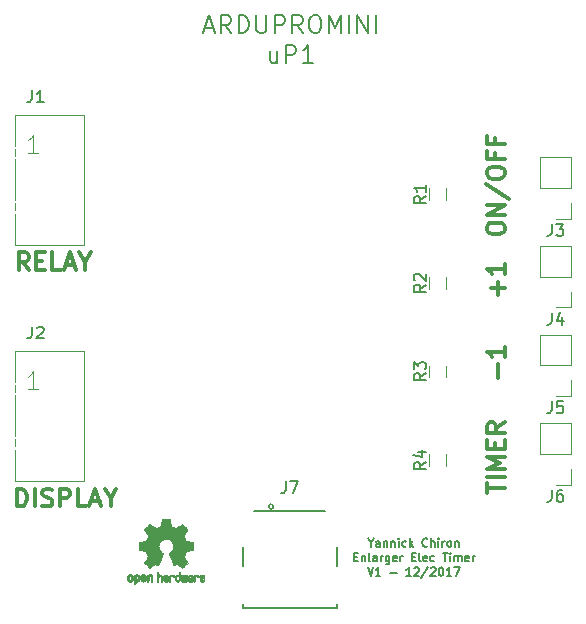
<source format=gto>
G04 #@! TF.FileFunction,Legend,Top*
%FSLAX46Y46*%
G04 Gerber Fmt 4.6, Leading zero omitted, Abs format (unit mm)*
G04 Created by KiCad (PCBNEW 4.0.7) date 12/17/17 19:14:42*
%MOMM*%
%LPD*%
G01*
G04 APERTURE LIST*
%ADD10C,0.100000*%
%ADD11C,0.175000*%
%ADD12C,0.300000*%
%ADD13C,0.120000*%
%ADD14C,0.150000*%
%ADD15C,0.010000*%
G04 APERTURE END LIST*
D10*
D11*
X81850002Y-96258333D02*
X81850002Y-96591667D01*
X81616669Y-95891667D02*
X81850002Y-96258333D01*
X82083335Y-95891667D01*
X82616669Y-96591667D02*
X82616669Y-96225000D01*
X82583335Y-96158333D01*
X82516669Y-96125000D01*
X82383335Y-96125000D01*
X82316669Y-96158333D01*
X82616669Y-96558333D02*
X82550002Y-96591667D01*
X82383335Y-96591667D01*
X82316669Y-96558333D01*
X82283335Y-96491667D01*
X82283335Y-96425000D01*
X82316669Y-96358333D01*
X82383335Y-96325000D01*
X82550002Y-96325000D01*
X82616669Y-96291667D01*
X82950002Y-96125000D02*
X82950002Y-96591667D01*
X82950002Y-96191667D02*
X82983335Y-96158333D01*
X83050002Y-96125000D01*
X83150002Y-96125000D01*
X83216668Y-96158333D01*
X83250002Y-96225000D01*
X83250002Y-96591667D01*
X83583335Y-96125000D02*
X83583335Y-96591667D01*
X83583335Y-96191667D02*
X83616668Y-96158333D01*
X83683335Y-96125000D01*
X83783335Y-96125000D01*
X83850001Y-96158333D01*
X83883335Y-96225000D01*
X83883335Y-96591667D01*
X84216668Y-96591667D02*
X84216668Y-96125000D01*
X84216668Y-95891667D02*
X84183334Y-95925000D01*
X84216668Y-95958333D01*
X84250001Y-95925000D01*
X84216668Y-95891667D01*
X84216668Y-95958333D01*
X84850001Y-96558333D02*
X84783334Y-96591667D01*
X84650001Y-96591667D01*
X84583334Y-96558333D01*
X84550001Y-96525000D01*
X84516667Y-96458333D01*
X84516667Y-96258333D01*
X84550001Y-96191667D01*
X84583334Y-96158333D01*
X84650001Y-96125000D01*
X84783334Y-96125000D01*
X84850001Y-96158333D01*
X85150001Y-96591667D02*
X85150001Y-95891667D01*
X85216667Y-96325000D02*
X85416667Y-96591667D01*
X85416667Y-96125000D02*
X85150001Y-96391667D01*
X86650001Y-96525000D02*
X86616667Y-96558333D01*
X86516667Y-96591667D01*
X86450001Y-96591667D01*
X86350001Y-96558333D01*
X86283334Y-96491667D01*
X86250001Y-96425000D01*
X86216667Y-96291667D01*
X86216667Y-96191667D01*
X86250001Y-96058333D01*
X86283334Y-95991667D01*
X86350001Y-95925000D01*
X86450001Y-95891667D01*
X86516667Y-95891667D01*
X86616667Y-95925000D01*
X86650001Y-95958333D01*
X86950001Y-96591667D02*
X86950001Y-95891667D01*
X87250001Y-96591667D02*
X87250001Y-96225000D01*
X87216667Y-96158333D01*
X87150001Y-96125000D01*
X87050001Y-96125000D01*
X86983334Y-96158333D01*
X86950001Y-96191667D01*
X87583334Y-96591667D02*
X87583334Y-96125000D01*
X87583334Y-95891667D02*
X87550000Y-95925000D01*
X87583334Y-95958333D01*
X87616667Y-95925000D01*
X87583334Y-95891667D01*
X87583334Y-95958333D01*
X87916667Y-96591667D02*
X87916667Y-96125000D01*
X87916667Y-96258333D02*
X87950000Y-96191667D01*
X87983333Y-96158333D01*
X88050000Y-96125000D01*
X88116667Y-96125000D01*
X88450000Y-96591667D02*
X88383333Y-96558333D01*
X88350000Y-96525000D01*
X88316666Y-96458333D01*
X88316666Y-96258333D01*
X88350000Y-96191667D01*
X88383333Y-96158333D01*
X88450000Y-96125000D01*
X88550000Y-96125000D01*
X88616666Y-96158333D01*
X88650000Y-96191667D01*
X88683333Y-96258333D01*
X88683333Y-96458333D01*
X88650000Y-96525000D01*
X88616666Y-96558333D01*
X88550000Y-96591667D01*
X88450000Y-96591667D01*
X88983333Y-96125000D02*
X88983333Y-96591667D01*
X88983333Y-96191667D02*
X89016666Y-96158333D01*
X89083333Y-96125000D01*
X89183333Y-96125000D01*
X89249999Y-96158333D01*
X89283333Y-96225000D01*
X89283333Y-96591667D01*
X80433336Y-97450000D02*
X80666669Y-97450000D01*
X80766669Y-97816667D02*
X80433336Y-97816667D01*
X80433336Y-97116667D01*
X80766669Y-97116667D01*
X81066669Y-97350000D02*
X81066669Y-97816667D01*
X81066669Y-97416667D02*
X81100002Y-97383333D01*
X81166669Y-97350000D01*
X81266669Y-97350000D01*
X81333335Y-97383333D01*
X81366669Y-97450000D01*
X81366669Y-97816667D01*
X81800002Y-97816667D02*
X81733335Y-97783333D01*
X81700002Y-97716667D01*
X81700002Y-97116667D01*
X82366669Y-97816667D02*
X82366669Y-97450000D01*
X82333335Y-97383333D01*
X82266669Y-97350000D01*
X82133335Y-97350000D01*
X82066669Y-97383333D01*
X82366669Y-97783333D02*
X82300002Y-97816667D01*
X82133335Y-97816667D01*
X82066669Y-97783333D01*
X82033335Y-97716667D01*
X82033335Y-97650000D01*
X82066669Y-97583333D01*
X82133335Y-97550000D01*
X82300002Y-97550000D01*
X82366669Y-97516667D01*
X82700002Y-97816667D02*
X82700002Y-97350000D01*
X82700002Y-97483333D02*
X82733335Y-97416667D01*
X82766668Y-97383333D01*
X82833335Y-97350000D01*
X82900002Y-97350000D01*
X83433335Y-97350000D02*
X83433335Y-97916667D01*
X83400001Y-97983333D01*
X83366668Y-98016667D01*
X83300001Y-98050000D01*
X83200001Y-98050000D01*
X83133335Y-98016667D01*
X83433335Y-97783333D02*
X83366668Y-97816667D01*
X83233335Y-97816667D01*
X83166668Y-97783333D01*
X83133335Y-97750000D01*
X83100001Y-97683333D01*
X83100001Y-97483333D01*
X83133335Y-97416667D01*
X83166668Y-97383333D01*
X83233335Y-97350000D01*
X83366668Y-97350000D01*
X83433335Y-97383333D01*
X84033334Y-97783333D02*
X83966668Y-97816667D01*
X83833334Y-97816667D01*
X83766668Y-97783333D01*
X83733334Y-97716667D01*
X83733334Y-97450000D01*
X83766668Y-97383333D01*
X83833334Y-97350000D01*
X83966668Y-97350000D01*
X84033334Y-97383333D01*
X84066668Y-97450000D01*
X84066668Y-97516667D01*
X83733334Y-97583333D01*
X84366668Y-97816667D02*
X84366668Y-97350000D01*
X84366668Y-97483333D02*
X84400001Y-97416667D01*
X84433334Y-97383333D01*
X84500001Y-97350000D01*
X84566668Y-97350000D01*
X85333334Y-97450000D02*
X85566667Y-97450000D01*
X85666667Y-97816667D02*
X85333334Y-97816667D01*
X85333334Y-97116667D01*
X85666667Y-97116667D01*
X86066667Y-97816667D02*
X86000000Y-97783333D01*
X85966667Y-97716667D01*
X85966667Y-97116667D01*
X86600000Y-97783333D02*
X86533334Y-97816667D01*
X86400000Y-97816667D01*
X86333334Y-97783333D01*
X86300000Y-97716667D01*
X86300000Y-97450000D01*
X86333334Y-97383333D01*
X86400000Y-97350000D01*
X86533334Y-97350000D01*
X86600000Y-97383333D01*
X86633334Y-97450000D01*
X86633334Y-97516667D01*
X86300000Y-97583333D01*
X87233334Y-97783333D02*
X87166667Y-97816667D01*
X87033334Y-97816667D01*
X86966667Y-97783333D01*
X86933334Y-97750000D01*
X86900000Y-97683333D01*
X86900000Y-97483333D01*
X86933334Y-97416667D01*
X86966667Y-97383333D01*
X87033334Y-97350000D01*
X87166667Y-97350000D01*
X87233334Y-97383333D01*
X87966667Y-97116667D02*
X88366667Y-97116667D01*
X88166667Y-97816667D02*
X88166667Y-97116667D01*
X88600000Y-97816667D02*
X88600000Y-97350000D01*
X88600000Y-97116667D02*
X88566666Y-97150000D01*
X88600000Y-97183333D01*
X88633333Y-97150000D01*
X88600000Y-97116667D01*
X88600000Y-97183333D01*
X88933333Y-97816667D02*
X88933333Y-97350000D01*
X88933333Y-97416667D02*
X88966666Y-97383333D01*
X89033333Y-97350000D01*
X89133333Y-97350000D01*
X89199999Y-97383333D01*
X89233333Y-97450000D01*
X89233333Y-97816667D01*
X89233333Y-97450000D02*
X89266666Y-97383333D01*
X89333333Y-97350000D01*
X89433333Y-97350000D01*
X89499999Y-97383333D01*
X89533333Y-97450000D01*
X89533333Y-97816667D01*
X90133332Y-97783333D02*
X90066666Y-97816667D01*
X89933332Y-97816667D01*
X89866666Y-97783333D01*
X89833332Y-97716667D01*
X89833332Y-97450000D01*
X89866666Y-97383333D01*
X89933332Y-97350000D01*
X90066666Y-97350000D01*
X90133332Y-97383333D01*
X90166666Y-97450000D01*
X90166666Y-97516667D01*
X89833332Y-97583333D01*
X90466666Y-97816667D02*
X90466666Y-97350000D01*
X90466666Y-97483333D02*
X90499999Y-97416667D01*
X90533332Y-97383333D01*
X90599999Y-97350000D01*
X90666666Y-97350000D01*
X81600000Y-98341667D02*
X81833333Y-99041667D01*
X82066666Y-98341667D01*
X82666666Y-99041667D02*
X82266666Y-99041667D01*
X82466666Y-99041667D02*
X82466666Y-98341667D01*
X82400000Y-98441667D01*
X82333333Y-98508333D01*
X82266666Y-98541667D01*
X83500000Y-98775000D02*
X84033333Y-98775000D01*
X85266666Y-99041667D02*
X84866666Y-99041667D01*
X85066666Y-99041667D02*
X85066666Y-98341667D01*
X85000000Y-98441667D01*
X84933333Y-98508333D01*
X84866666Y-98541667D01*
X85533333Y-98408333D02*
X85566667Y-98375000D01*
X85633333Y-98341667D01*
X85800000Y-98341667D01*
X85866667Y-98375000D01*
X85900000Y-98408333D01*
X85933333Y-98475000D01*
X85933333Y-98541667D01*
X85900000Y-98641667D01*
X85500000Y-99041667D01*
X85933333Y-99041667D01*
X86733334Y-98308333D02*
X86133334Y-99208333D01*
X86933333Y-98408333D02*
X86966667Y-98375000D01*
X87033333Y-98341667D01*
X87200000Y-98341667D01*
X87266667Y-98375000D01*
X87300000Y-98408333D01*
X87333333Y-98475000D01*
X87333333Y-98541667D01*
X87300000Y-98641667D01*
X86900000Y-99041667D01*
X87333333Y-99041667D01*
X87766667Y-98341667D02*
X87833334Y-98341667D01*
X87900000Y-98375000D01*
X87933334Y-98408333D01*
X87966667Y-98475000D01*
X88000000Y-98608333D01*
X88000000Y-98775000D01*
X87966667Y-98908333D01*
X87933334Y-98975000D01*
X87900000Y-99008333D01*
X87833334Y-99041667D01*
X87766667Y-99041667D01*
X87700000Y-99008333D01*
X87666667Y-98975000D01*
X87633334Y-98908333D01*
X87600000Y-98775000D01*
X87600000Y-98608333D01*
X87633334Y-98475000D01*
X87666667Y-98408333D01*
X87700000Y-98375000D01*
X87766667Y-98341667D01*
X88666667Y-99041667D02*
X88266667Y-99041667D01*
X88466667Y-99041667D02*
X88466667Y-98341667D01*
X88400001Y-98441667D01*
X88333334Y-98508333D01*
X88266667Y-98541667D01*
X88900001Y-98341667D02*
X89366668Y-98341667D01*
X89066668Y-99041667D01*
D12*
X91678571Y-92071429D02*
X91678571Y-91214286D01*
X93178571Y-91642857D02*
X91678571Y-91642857D01*
X93178571Y-90714286D02*
X91678571Y-90714286D01*
X93178571Y-90000000D02*
X91678571Y-90000000D01*
X92750000Y-89500000D01*
X91678571Y-89000000D01*
X93178571Y-89000000D01*
X92392857Y-88285714D02*
X92392857Y-87785714D01*
X93178571Y-87571428D02*
X93178571Y-88285714D01*
X91678571Y-88285714D01*
X91678571Y-87571428D01*
X93178571Y-86071428D02*
X92464286Y-86571428D01*
X93178571Y-86928571D02*
X91678571Y-86928571D01*
X91678571Y-86357143D01*
X91750000Y-86214285D01*
X91821429Y-86142857D01*
X91964286Y-86071428D01*
X92178571Y-86071428D01*
X92321429Y-86142857D01*
X92392857Y-86214285D01*
X92464286Y-86357143D01*
X92464286Y-86928571D01*
X92607143Y-82285714D02*
X92607143Y-81142857D01*
X93178571Y-79642857D02*
X93178571Y-80500000D01*
X93178571Y-80071428D02*
X91678571Y-80071428D01*
X91892857Y-80214285D01*
X92035714Y-80357143D01*
X92107143Y-80500000D01*
X92607143Y-75285714D02*
X92607143Y-74142857D01*
X93178571Y-74714286D02*
X92035714Y-74714286D01*
X93178571Y-72642857D02*
X93178571Y-73500000D01*
X93178571Y-73071428D02*
X91678571Y-73071428D01*
X91892857Y-73214285D01*
X92035714Y-73357143D01*
X92107143Y-73500000D01*
X91678571Y-69785715D02*
X91678571Y-69500001D01*
X91750000Y-69357143D01*
X91892857Y-69214286D01*
X92178571Y-69142858D01*
X92678571Y-69142858D01*
X92964286Y-69214286D01*
X93107143Y-69357143D01*
X93178571Y-69500001D01*
X93178571Y-69785715D01*
X93107143Y-69928572D01*
X92964286Y-70071429D01*
X92678571Y-70142858D01*
X92178571Y-70142858D01*
X91892857Y-70071429D01*
X91750000Y-69928572D01*
X91678571Y-69785715D01*
X93178571Y-68500000D02*
X91678571Y-68500000D01*
X93178571Y-67642857D01*
X91678571Y-67642857D01*
X91607143Y-65857143D02*
X93535714Y-67142857D01*
X91678571Y-65071428D02*
X91678571Y-64785714D01*
X91750000Y-64642856D01*
X91892857Y-64499999D01*
X92178571Y-64428571D01*
X92678571Y-64428571D01*
X92964286Y-64499999D01*
X93107143Y-64642856D01*
X93178571Y-64785714D01*
X93178571Y-65071428D01*
X93107143Y-65214285D01*
X92964286Y-65357142D01*
X92678571Y-65428571D01*
X92178571Y-65428571D01*
X91892857Y-65357142D01*
X91750000Y-65214285D01*
X91678571Y-65071428D01*
X92392857Y-63285713D02*
X92392857Y-63785713D01*
X93178571Y-63785713D02*
X91678571Y-63785713D01*
X91678571Y-63071427D01*
X92392857Y-61999999D02*
X92392857Y-62499999D01*
X93178571Y-62499999D02*
X91678571Y-62499999D01*
X91678571Y-61785713D01*
X51892858Y-93178571D02*
X51892858Y-91678571D01*
X52250001Y-91678571D01*
X52464286Y-91750000D01*
X52607144Y-91892857D01*
X52678572Y-92035714D01*
X52750001Y-92321429D01*
X52750001Y-92535714D01*
X52678572Y-92821429D01*
X52607144Y-92964286D01*
X52464286Y-93107143D01*
X52250001Y-93178571D01*
X51892858Y-93178571D01*
X53392858Y-93178571D02*
X53392858Y-91678571D01*
X54035715Y-93107143D02*
X54250001Y-93178571D01*
X54607144Y-93178571D01*
X54750001Y-93107143D01*
X54821430Y-93035714D01*
X54892858Y-92892857D01*
X54892858Y-92750000D01*
X54821430Y-92607143D01*
X54750001Y-92535714D01*
X54607144Y-92464286D01*
X54321430Y-92392857D01*
X54178572Y-92321429D01*
X54107144Y-92250000D01*
X54035715Y-92107143D01*
X54035715Y-91964286D01*
X54107144Y-91821429D01*
X54178572Y-91750000D01*
X54321430Y-91678571D01*
X54678572Y-91678571D01*
X54892858Y-91750000D01*
X55535715Y-93178571D02*
X55535715Y-91678571D01*
X56107143Y-91678571D01*
X56250001Y-91750000D01*
X56321429Y-91821429D01*
X56392858Y-91964286D01*
X56392858Y-92178571D01*
X56321429Y-92321429D01*
X56250001Y-92392857D01*
X56107143Y-92464286D01*
X55535715Y-92464286D01*
X57750001Y-93178571D02*
X57035715Y-93178571D01*
X57035715Y-91678571D01*
X58178572Y-92750000D02*
X58892858Y-92750000D01*
X58035715Y-93178571D02*
X58535715Y-91678571D01*
X59035715Y-93178571D01*
X59821429Y-92464286D02*
X59821429Y-93178571D01*
X59321429Y-91678571D02*
X59821429Y-92464286D01*
X60321429Y-91678571D01*
X52892858Y-73178571D02*
X52392858Y-72464286D01*
X52035715Y-73178571D02*
X52035715Y-71678571D01*
X52607143Y-71678571D01*
X52750001Y-71750000D01*
X52821429Y-71821429D01*
X52892858Y-71964286D01*
X52892858Y-72178571D01*
X52821429Y-72321429D01*
X52750001Y-72392857D01*
X52607143Y-72464286D01*
X52035715Y-72464286D01*
X53535715Y-72392857D02*
X54035715Y-72392857D01*
X54250001Y-73178571D02*
X53535715Y-73178571D01*
X53535715Y-71678571D01*
X54250001Y-71678571D01*
X55607144Y-73178571D02*
X54892858Y-73178571D01*
X54892858Y-71678571D01*
X56035715Y-72750000D02*
X56750001Y-72750000D01*
X55892858Y-73178571D02*
X56392858Y-71678571D01*
X56892858Y-73178571D01*
X57678572Y-72464286D02*
X57678572Y-73178571D01*
X57178572Y-71678571D02*
X57678572Y-72464286D01*
X58178572Y-71678571D01*
D13*
X51700000Y-67500000D02*
X51700000Y-68100000D01*
X51700000Y-62900000D02*
X51700000Y-63500000D01*
X57550000Y-60000000D02*
X57550000Y-71050000D01*
X51700000Y-60000000D02*
X57550000Y-60000000D01*
X51700000Y-63750000D02*
X51700000Y-67250000D01*
X51700000Y-71050000D02*
X57550000Y-71050000D01*
X51700000Y-60000000D02*
X51700000Y-62650000D01*
X51700000Y-68400000D02*
X51700000Y-71050000D01*
X51700000Y-87500000D02*
X51700000Y-88100000D01*
X51700000Y-82900000D02*
X51700000Y-83500000D01*
X57550000Y-80000000D02*
X57550000Y-91050000D01*
X51700000Y-80000000D02*
X57550000Y-80000000D01*
X51700000Y-83750000D02*
X51700000Y-87250000D01*
X51700000Y-91050000D02*
X57550000Y-91050000D01*
X51700000Y-80000000D02*
X51700000Y-82650000D01*
X51700000Y-88400000D02*
X51700000Y-91050000D01*
X98830000Y-63630000D02*
X96170000Y-63630000D01*
X98830000Y-66230000D02*
X98830000Y-63630000D01*
X96170000Y-66230000D02*
X96170000Y-63630000D01*
X98830000Y-66230000D02*
X96170000Y-66230000D01*
X98830000Y-67500000D02*
X98830000Y-68830000D01*
X98830000Y-68830000D02*
X97500000Y-68830000D01*
X98830000Y-71130000D02*
X96170000Y-71130000D01*
X98830000Y-73730000D02*
X98830000Y-71130000D01*
X96170000Y-73730000D02*
X96170000Y-71130000D01*
X98830000Y-73730000D02*
X96170000Y-73730000D01*
X98830000Y-75000000D02*
X98830000Y-76330000D01*
X98830000Y-76330000D02*
X97500000Y-76330000D01*
X98830000Y-78630000D02*
X96170000Y-78630000D01*
X98830000Y-81230000D02*
X98830000Y-78630000D01*
X96170000Y-81230000D02*
X96170000Y-78630000D01*
X98830000Y-81230000D02*
X96170000Y-81230000D01*
X98830000Y-82500000D02*
X98830000Y-83830000D01*
X98830000Y-83830000D02*
X97500000Y-83830000D01*
X98830000Y-86130000D02*
X96170000Y-86130000D01*
X98830000Y-88730000D02*
X98830000Y-86130000D01*
X96170000Y-88730000D02*
X96170000Y-86130000D01*
X98830000Y-88730000D02*
X96170000Y-88730000D01*
X98830000Y-90000000D02*
X98830000Y-91330000D01*
X98830000Y-91330000D02*
X97500000Y-91330000D01*
X88180000Y-66250000D02*
X88180000Y-67250000D01*
X86820000Y-67250000D02*
X86820000Y-66250000D01*
X88180000Y-73750000D02*
X88180000Y-74750000D01*
X86820000Y-74750000D02*
X86820000Y-73750000D01*
X88180000Y-81250000D02*
X88180000Y-82250000D01*
X86820000Y-82250000D02*
X86820000Y-81250000D01*
X88180000Y-88750000D02*
X88180000Y-89750000D01*
X86820000Y-89750000D02*
X86820000Y-88750000D01*
D14*
X73600000Y-93200000D02*
G75*
G03X73600000Y-93200000I-200000J0D01*
G01*
X72000000Y-93600000D02*
X78000000Y-93600000D01*
X79000000Y-98200000D02*
X79000000Y-96600000D01*
X71000000Y-98200000D02*
X71000000Y-96600000D01*
X79000000Y-101800000D02*
X79000000Y-101400000D01*
X71000000Y-101800000D02*
X71000000Y-101400000D01*
X79000000Y-101800000D02*
X71000000Y-101800000D01*
D15*
G36*
X62099744Y-98919918D02*
X62155201Y-98947568D01*
X62204148Y-98998480D01*
X62217629Y-99017338D01*
X62232314Y-99042015D01*
X62241842Y-99068816D01*
X62247293Y-99104587D01*
X62249747Y-99156169D01*
X62250286Y-99224267D01*
X62247852Y-99317588D01*
X62239394Y-99387657D01*
X62223174Y-99439931D01*
X62197454Y-99479869D01*
X62160497Y-99512929D01*
X62157782Y-99514886D01*
X62121360Y-99534908D01*
X62077502Y-99544815D01*
X62021724Y-99547257D01*
X61931048Y-99547257D01*
X61931010Y-99635283D01*
X61930166Y-99684308D01*
X61925024Y-99713065D01*
X61911587Y-99730311D01*
X61885858Y-99744808D01*
X61879679Y-99747769D01*
X61850764Y-99761648D01*
X61828376Y-99770414D01*
X61811729Y-99771171D01*
X61800036Y-99761023D01*
X61792510Y-99737073D01*
X61788366Y-99696426D01*
X61786815Y-99636186D01*
X61787071Y-99553455D01*
X61788349Y-99445339D01*
X61788748Y-99413000D01*
X61790185Y-99301524D01*
X61791472Y-99228603D01*
X61930971Y-99228603D01*
X61931755Y-99290499D01*
X61935240Y-99330997D01*
X61943124Y-99357708D01*
X61957105Y-99378244D01*
X61966597Y-99388260D01*
X62005404Y-99417567D01*
X62039763Y-99419952D01*
X62075216Y-99395750D01*
X62076114Y-99394857D01*
X62090539Y-99376153D01*
X62099313Y-99350732D01*
X62103739Y-99311584D01*
X62105118Y-99251697D01*
X62105143Y-99238430D01*
X62101812Y-99155901D01*
X62090969Y-99098691D01*
X62071340Y-99063766D01*
X62041650Y-99048094D01*
X62024491Y-99046514D01*
X61983766Y-99053926D01*
X61955832Y-99078330D01*
X61939017Y-99122980D01*
X61931650Y-99191130D01*
X61930971Y-99228603D01*
X61791472Y-99228603D01*
X61791708Y-99215245D01*
X61793677Y-99150333D01*
X61796450Y-99102958D01*
X61800388Y-99069290D01*
X61805849Y-99045498D01*
X61813192Y-99027753D01*
X61822777Y-99012224D01*
X61826887Y-99006381D01*
X61881405Y-98951185D01*
X61950336Y-98919890D01*
X62030072Y-98911165D01*
X62099744Y-98919918D01*
X62099744Y-98919918D01*
G37*
X62099744Y-98919918D02*
X62155201Y-98947568D01*
X62204148Y-98998480D01*
X62217629Y-99017338D01*
X62232314Y-99042015D01*
X62241842Y-99068816D01*
X62247293Y-99104587D01*
X62249747Y-99156169D01*
X62250286Y-99224267D01*
X62247852Y-99317588D01*
X62239394Y-99387657D01*
X62223174Y-99439931D01*
X62197454Y-99479869D01*
X62160497Y-99512929D01*
X62157782Y-99514886D01*
X62121360Y-99534908D01*
X62077502Y-99544815D01*
X62021724Y-99547257D01*
X61931048Y-99547257D01*
X61931010Y-99635283D01*
X61930166Y-99684308D01*
X61925024Y-99713065D01*
X61911587Y-99730311D01*
X61885858Y-99744808D01*
X61879679Y-99747769D01*
X61850764Y-99761648D01*
X61828376Y-99770414D01*
X61811729Y-99771171D01*
X61800036Y-99761023D01*
X61792510Y-99737073D01*
X61788366Y-99696426D01*
X61786815Y-99636186D01*
X61787071Y-99553455D01*
X61788349Y-99445339D01*
X61788748Y-99413000D01*
X61790185Y-99301524D01*
X61791472Y-99228603D01*
X61930971Y-99228603D01*
X61931755Y-99290499D01*
X61935240Y-99330997D01*
X61943124Y-99357708D01*
X61957105Y-99378244D01*
X61966597Y-99388260D01*
X62005404Y-99417567D01*
X62039763Y-99419952D01*
X62075216Y-99395750D01*
X62076114Y-99394857D01*
X62090539Y-99376153D01*
X62099313Y-99350732D01*
X62103739Y-99311584D01*
X62105118Y-99251697D01*
X62105143Y-99238430D01*
X62101812Y-99155901D01*
X62090969Y-99098691D01*
X62071340Y-99063766D01*
X62041650Y-99048094D01*
X62024491Y-99046514D01*
X61983766Y-99053926D01*
X61955832Y-99078330D01*
X61939017Y-99122980D01*
X61931650Y-99191130D01*
X61930971Y-99228603D01*
X61791472Y-99228603D01*
X61791708Y-99215245D01*
X61793677Y-99150333D01*
X61796450Y-99102958D01*
X61800388Y-99069290D01*
X61805849Y-99045498D01*
X61813192Y-99027753D01*
X61822777Y-99012224D01*
X61826887Y-99006381D01*
X61881405Y-98951185D01*
X61950336Y-98919890D01*
X62030072Y-98911165D01*
X62099744Y-98919918D01*
G36*
X63216093Y-98927780D02*
X63262672Y-98954723D01*
X63295057Y-98981466D01*
X63318742Y-99009484D01*
X63335059Y-99043748D01*
X63345339Y-99089227D01*
X63350914Y-99150892D01*
X63353116Y-99233711D01*
X63353371Y-99293246D01*
X63353371Y-99512391D01*
X63291686Y-99540044D01*
X63230000Y-99567697D01*
X63222743Y-99327670D01*
X63219744Y-99238028D01*
X63216598Y-99172962D01*
X63212701Y-99128026D01*
X63207447Y-99098770D01*
X63200231Y-99080748D01*
X63190450Y-99069511D01*
X63187312Y-99067079D01*
X63139761Y-99048083D01*
X63091697Y-99055600D01*
X63063086Y-99075543D01*
X63051447Y-99089675D01*
X63043391Y-99108220D01*
X63038271Y-99136334D01*
X63035441Y-99179173D01*
X63034256Y-99241895D01*
X63034057Y-99307261D01*
X63034018Y-99389268D01*
X63032614Y-99447316D01*
X63027914Y-99486465D01*
X63017987Y-99511780D01*
X63000903Y-99528323D01*
X62974732Y-99541156D01*
X62939775Y-99554491D01*
X62901596Y-99569007D01*
X62906141Y-99311389D01*
X62907971Y-99218519D01*
X62910112Y-99149889D01*
X62913181Y-99100711D01*
X62917794Y-99066198D01*
X62924568Y-99041562D01*
X62934119Y-99022016D01*
X62945634Y-99004770D01*
X63001190Y-98949680D01*
X63068980Y-98917822D01*
X63142713Y-98910191D01*
X63216093Y-98927780D01*
X63216093Y-98927780D01*
G37*
X63216093Y-98927780D02*
X63262672Y-98954723D01*
X63295057Y-98981466D01*
X63318742Y-99009484D01*
X63335059Y-99043748D01*
X63345339Y-99089227D01*
X63350914Y-99150892D01*
X63353116Y-99233711D01*
X63353371Y-99293246D01*
X63353371Y-99512391D01*
X63291686Y-99540044D01*
X63230000Y-99567697D01*
X63222743Y-99327670D01*
X63219744Y-99238028D01*
X63216598Y-99172962D01*
X63212701Y-99128026D01*
X63207447Y-99098770D01*
X63200231Y-99080748D01*
X63190450Y-99069511D01*
X63187312Y-99067079D01*
X63139761Y-99048083D01*
X63091697Y-99055600D01*
X63063086Y-99075543D01*
X63051447Y-99089675D01*
X63043391Y-99108220D01*
X63038271Y-99136334D01*
X63035441Y-99179173D01*
X63034256Y-99241895D01*
X63034057Y-99307261D01*
X63034018Y-99389268D01*
X63032614Y-99447316D01*
X63027914Y-99486465D01*
X63017987Y-99511780D01*
X63000903Y-99528323D01*
X62974732Y-99541156D01*
X62939775Y-99554491D01*
X62901596Y-99569007D01*
X62906141Y-99311389D01*
X62907971Y-99218519D01*
X62910112Y-99149889D01*
X62913181Y-99100711D01*
X62917794Y-99066198D01*
X62924568Y-99041562D01*
X62934119Y-99022016D01*
X62945634Y-99004770D01*
X63001190Y-98949680D01*
X63068980Y-98917822D01*
X63142713Y-98910191D01*
X63216093Y-98927780D01*
G36*
X61541115Y-98921962D02*
X61609145Y-98957733D01*
X61659351Y-99015301D01*
X61677185Y-99052312D01*
X61691063Y-99107882D01*
X61698167Y-99178096D01*
X61698840Y-99254727D01*
X61693427Y-99329552D01*
X61682270Y-99394342D01*
X61665714Y-99440873D01*
X61660626Y-99448887D01*
X61600355Y-99508707D01*
X61528769Y-99544535D01*
X61451092Y-99555020D01*
X61372548Y-99538810D01*
X61350689Y-99529092D01*
X61308122Y-99499143D01*
X61270763Y-99459433D01*
X61267232Y-99454397D01*
X61252881Y-99430124D01*
X61243394Y-99404178D01*
X61237790Y-99370022D01*
X61235086Y-99321119D01*
X61234299Y-99250935D01*
X61234286Y-99235200D01*
X61234322Y-99230192D01*
X61379429Y-99230192D01*
X61380273Y-99296430D01*
X61383596Y-99340386D01*
X61390583Y-99368779D01*
X61402416Y-99388325D01*
X61408457Y-99394857D01*
X61443186Y-99419680D01*
X61476903Y-99418548D01*
X61510995Y-99397016D01*
X61531329Y-99374029D01*
X61543371Y-99340478D01*
X61550134Y-99287569D01*
X61550598Y-99281399D01*
X61551752Y-99185513D01*
X61539688Y-99114299D01*
X61514570Y-99068194D01*
X61476560Y-99047635D01*
X61462992Y-99046514D01*
X61427364Y-99052152D01*
X61402994Y-99071686D01*
X61388093Y-99109042D01*
X61380875Y-99168150D01*
X61379429Y-99230192D01*
X61234322Y-99230192D01*
X61234826Y-99160413D01*
X61237096Y-99108159D01*
X61242068Y-99071949D01*
X61250713Y-99045299D01*
X61264005Y-99021722D01*
X61266943Y-99017338D01*
X61316313Y-98958249D01*
X61370109Y-98923947D01*
X61435602Y-98910331D01*
X61457842Y-98909665D01*
X61541115Y-98921962D01*
X61541115Y-98921962D01*
G37*
X61541115Y-98921962D02*
X61609145Y-98957733D01*
X61659351Y-99015301D01*
X61677185Y-99052312D01*
X61691063Y-99107882D01*
X61698167Y-99178096D01*
X61698840Y-99254727D01*
X61693427Y-99329552D01*
X61682270Y-99394342D01*
X61665714Y-99440873D01*
X61660626Y-99448887D01*
X61600355Y-99508707D01*
X61528769Y-99544535D01*
X61451092Y-99555020D01*
X61372548Y-99538810D01*
X61350689Y-99529092D01*
X61308122Y-99499143D01*
X61270763Y-99459433D01*
X61267232Y-99454397D01*
X61252881Y-99430124D01*
X61243394Y-99404178D01*
X61237790Y-99370022D01*
X61235086Y-99321119D01*
X61234299Y-99250935D01*
X61234286Y-99235200D01*
X61234322Y-99230192D01*
X61379429Y-99230192D01*
X61380273Y-99296430D01*
X61383596Y-99340386D01*
X61390583Y-99368779D01*
X61402416Y-99388325D01*
X61408457Y-99394857D01*
X61443186Y-99419680D01*
X61476903Y-99418548D01*
X61510995Y-99397016D01*
X61531329Y-99374029D01*
X61543371Y-99340478D01*
X61550134Y-99287569D01*
X61550598Y-99281399D01*
X61551752Y-99185513D01*
X61539688Y-99114299D01*
X61514570Y-99068194D01*
X61476560Y-99047635D01*
X61462992Y-99046514D01*
X61427364Y-99052152D01*
X61402994Y-99071686D01*
X61388093Y-99109042D01*
X61380875Y-99168150D01*
X61379429Y-99230192D01*
X61234322Y-99230192D01*
X61234826Y-99160413D01*
X61237096Y-99108159D01*
X61242068Y-99071949D01*
X61250713Y-99045299D01*
X61264005Y-99021722D01*
X61266943Y-99017338D01*
X61316313Y-98958249D01*
X61370109Y-98923947D01*
X61435602Y-98910331D01*
X61457842Y-98909665D01*
X61541115Y-98921962D01*
G36*
X62668303Y-98931239D02*
X62725527Y-98969735D01*
X62769749Y-99025335D01*
X62796167Y-99096086D01*
X62801510Y-99148162D01*
X62800903Y-99169893D01*
X62795822Y-99186531D01*
X62781855Y-99201437D01*
X62754589Y-99217973D01*
X62709612Y-99239498D01*
X62642511Y-99269374D01*
X62642171Y-99269524D01*
X62580407Y-99297813D01*
X62529759Y-99322933D01*
X62495404Y-99342179D01*
X62482518Y-99352848D01*
X62482514Y-99352934D01*
X62493872Y-99376166D01*
X62520431Y-99401774D01*
X62550923Y-99420221D01*
X62566370Y-99423886D01*
X62608515Y-99411212D01*
X62644808Y-99379471D01*
X62662517Y-99344572D01*
X62679552Y-99318845D01*
X62712922Y-99289546D01*
X62752149Y-99264235D01*
X62786756Y-99250471D01*
X62793993Y-99249714D01*
X62802139Y-99262160D01*
X62802630Y-99293972D01*
X62796643Y-99336866D01*
X62785357Y-99382558D01*
X62769950Y-99422761D01*
X62769171Y-99424322D01*
X62722804Y-99489062D01*
X62662711Y-99533097D01*
X62594465Y-99554711D01*
X62523638Y-99552185D01*
X62455804Y-99523804D01*
X62452788Y-99521808D01*
X62399427Y-99473448D01*
X62364340Y-99410352D01*
X62344922Y-99327387D01*
X62342316Y-99304078D01*
X62337701Y-99194055D01*
X62343233Y-99142748D01*
X62482514Y-99142748D01*
X62484324Y-99174753D01*
X62494222Y-99184093D01*
X62518898Y-99177105D01*
X62557795Y-99160587D01*
X62601275Y-99139881D01*
X62602356Y-99139333D01*
X62639209Y-99119949D01*
X62654000Y-99107013D01*
X62650353Y-99093451D01*
X62634995Y-99075632D01*
X62595923Y-99049845D01*
X62553846Y-99047950D01*
X62516103Y-99066717D01*
X62490034Y-99102915D01*
X62482514Y-99142748D01*
X62343233Y-99142748D01*
X62347194Y-99106027D01*
X62371550Y-99036212D01*
X62405456Y-98987302D01*
X62466653Y-98937878D01*
X62534063Y-98913359D01*
X62602880Y-98911797D01*
X62668303Y-98931239D01*
X62668303Y-98931239D01*
G37*
X62668303Y-98931239D02*
X62725527Y-98969735D01*
X62769749Y-99025335D01*
X62796167Y-99096086D01*
X62801510Y-99148162D01*
X62800903Y-99169893D01*
X62795822Y-99186531D01*
X62781855Y-99201437D01*
X62754589Y-99217973D01*
X62709612Y-99239498D01*
X62642511Y-99269374D01*
X62642171Y-99269524D01*
X62580407Y-99297813D01*
X62529759Y-99322933D01*
X62495404Y-99342179D01*
X62482518Y-99352848D01*
X62482514Y-99352934D01*
X62493872Y-99376166D01*
X62520431Y-99401774D01*
X62550923Y-99420221D01*
X62566370Y-99423886D01*
X62608515Y-99411212D01*
X62644808Y-99379471D01*
X62662517Y-99344572D01*
X62679552Y-99318845D01*
X62712922Y-99289546D01*
X62752149Y-99264235D01*
X62786756Y-99250471D01*
X62793993Y-99249714D01*
X62802139Y-99262160D01*
X62802630Y-99293972D01*
X62796643Y-99336866D01*
X62785357Y-99382558D01*
X62769950Y-99422761D01*
X62769171Y-99424322D01*
X62722804Y-99489062D01*
X62662711Y-99533097D01*
X62594465Y-99554711D01*
X62523638Y-99552185D01*
X62455804Y-99523804D01*
X62452788Y-99521808D01*
X62399427Y-99473448D01*
X62364340Y-99410352D01*
X62344922Y-99327387D01*
X62342316Y-99304078D01*
X62337701Y-99194055D01*
X62343233Y-99142748D01*
X62482514Y-99142748D01*
X62484324Y-99174753D01*
X62494222Y-99184093D01*
X62518898Y-99177105D01*
X62557795Y-99160587D01*
X62601275Y-99139881D01*
X62602356Y-99139333D01*
X62639209Y-99119949D01*
X62654000Y-99107013D01*
X62650353Y-99093451D01*
X62634995Y-99075632D01*
X62595923Y-99049845D01*
X62553846Y-99047950D01*
X62516103Y-99066717D01*
X62490034Y-99102915D01*
X62482514Y-99142748D01*
X62343233Y-99142748D01*
X62347194Y-99106027D01*
X62371550Y-99036212D01*
X62405456Y-98987302D01*
X62466653Y-98937878D01*
X62534063Y-98913359D01*
X62602880Y-98911797D01*
X62668303Y-98931239D01*
G36*
X63875886Y-98851289D02*
X63880139Y-98910613D01*
X63885025Y-98945572D01*
X63891795Y-98960820D01*
X63901702Y-98961015D01*
X63904914Y-98959195D01*
X63947644Y-98946015D01*
X64003227Y-98946785D01*
X64059737Y-98960333D01*
X64095082Y-98977861D01*
X64131321Y-99005861D01*
X64157813Y-99037549D01*
X64175999Y-99077813D01*
X64187322Y-99131543D01*
X64193222Y-99203626D01*
X64195143Y-99298951D01*
X64195177Y-99317237D01*
X64195200Y-99522646D01*
X64149491Y-99538580D01*
X64117027Y-99549420D01*
X64099215Y-99554468D01*
X64098691Y-99554514D01*
X64096937Y-99540828D01*
X64095444Y-99503076D01*
X64094326Y-99446224D01*
X64093697Y-99375234D01*
X64093600Y-99332073D01*
X64093398Y-99246973D01*
X64092358Y-99185981D01*
X64089831Y-99144177D01*
X64085164Y-99116642D01*
X64077707Y-99098456D01*
X64066811Y-99084698D01*
X64060007Y-99078073D01*
X64013272Y-99051375D01*
X63962272Y-99049375D01*
X63916001Y-99071955D01*
X63907444Y-99080107D01*
X63894893Y-99095436D01*
X63886188Y-99113618D01*
X63880631Y-99139909D01*
X63877526Y-99179562D01*
X63876176Y-99237832D01*
X63875886Y-99318173D01*
X63875886Y-99522646D01*
X63830177Y-99538580D01*
X63797713Y-99549420D01*
X63779901Y-99554468D01*
X63779377Y-99554514D01*
X63778037Y-99540623D01*
X63776828Y-99501439D01*
X63775801Y-99440700D01*
X63775002Y-99362141D01*
X63774481Y-99269498D01*
X63774286Y-99166509D01*
X63774286Y-98769342D01*
X63821457Y-98749444D01*
X63868629Y-98729547D01*
X63875886Y-98851289D01*
X63875886Y-98851289D01*
G37*
X63875886Y-98851289D02*
X63880139Y-98910613D01*
X63885025Y-98945572D01*
X63891795Y-98960820D01*
X63901702Y-98961015D01*
X63904914Y-98959195D01*
X63947644Y-98946015D01*
X64003227Y-98946785D01*
X64059737Y-98960333D01*
X64095082Y-98977861D01*
X64131321Y-99005861D01*
X64157813Y-99037549D01*
X64175999Y-99077813D01*
X64187322Y-99131543D01*
X64193222Y-99203626D01*
X64195143Y-99298951D01*
X64195177Y-99317237D01*
X64195200Y-99522646D01*
X64149491Y-99538580D01*
X64117027Y-99549420D01*
X64099215Y-99554468D01*
X64098691Y-99554514D01*
X64096937Y-99540828D01*
X64095444Y-99503076D01*
X64094326Y-99446224D01*
X64093697Y-99375234D01*
X64093600Y-99332073D01*
X64093398Y-99246973D01*
X64092358Y-99185981D01*
X64089831Y-99144177D01*
X64085164Y-99116642D01*
X64077707Y-99098456D01*
X64066811Y-99084698D01*
X64060007Y-99078073D01*
X64013272Y-99051375D01*
X63962272Y-99049375D01*
X63916001Y-99071955D01*
X63907444Y-99080107D01*
X63894893Y-99095436D01*
X63886188Y-99113618D01*
X63880631Y-99139909D01*
X63877526Y-99179562D01*
X63876176Y-99237832D01*
X63875886Y-99318173D01*
X63875886Y-99522646D01*
X63830177Y-99538580D01*
X63797713Y-99549420D01*
X63779901Y-99554468D01*
X63779377Y-99554514D01*
X63778037Y-99540623D01*
X63776828Y-99501439D01*
X63775801Y-99440700D01*
X63775002Y-99362141D01*
X63774481Y-99269498D01*
X63774286Y-99166509D01*
X63774286Y-98769342D01*
X63821457Y-98749444D01*
X63868629Y-98729547D01*
X63875886Y-98851289D01*
G36*
X64539744Y-98950968D02*
X64596616Y-98972087D01*
X64597267Y-98972493D01*
X64632440Y-98998380D01*
X64658407Y-99028633D01*
X64676670Y-99068058D01*
X64688732Y-99121462D01*
X64696096Y-99193651D01*
X64700264Y-99289432D01*
X64700629Y-99303078D01*
X64705876Y-99508842D01*
X64661716Y-99531678D01*
X64629763Y-99547110D01*
X64610470Y-99554423D01*
X64609578Y-99554514D01*
X64606239Y-99541022D01*
X64603587Y-99504626D01*
X64601956Y-99451452D01*
X64601600Y-99408393D01*
X64601592Y-99338641D01*
X64598403Y-99294837D01*
X64587288Y-99273944D01*
X64563501Y-99272925D01*
X64522296Y-99288741D01*
X64460086Y-99317815D01*
X64414341Y-99341963D01*
X64390813Y-99362913D01*
X64383896Y-99385747D01*
X64383886Y-99386877D01*
X64395299Y-99426212D01*
X64429092Y-99447462D01*
X64480809Y-99450539D01*
X64518061Y-99450006D01*
X64537703Y-99460735D01*
X64549952Y-99486505D01*
X64557002Y-99519337D01*
X64546842Y-99537966D01*
X64543017Y-99540632D01*
X64507001Y-99551340D01*
X64456566Y-99552856D01*
X64404626Y-99545759D01*
X64367822Y-99532788D01*
X64316938Y-99489585D01*
X64288014Y-99429446D01*
X64282286Y-99382462D01*
X64286657Y-99340082D01*
X64302475Y-99305488D01*
X64333797Y-99274763D01*
X64384678Y-99243990D01*
X64459176Y-99209252D01*
X64463714Y-99207288D01*
X64530821Y-99176287D01*
X64572232Y-99150862D01*
X64589981Y-99128014D01*
X64586107Y-99104745D01*
X64562643Y-99078056D01*
X64555627Y-99071914D01*
X64508630Y-99048100D01*
X64459933Y-99049103D01*
X64417522Y-99072451D01*
X64389384Y-99115675D01*
X64386769Y-99124160D01*
X64361308Y-99165308D01*
X64329001Y-99185128D01*
X64282286Y-99204770D01*
X64282286Y-99153950D01*
X64296496Y-99080082D01*
X64338675Y-99012327D01*
X64360624Y-98989661D01*
X64410517Y-98960569D01*
X64473967Y-98947400D01*
X64539744Y-98950968D01*
X64539744Y-98950968D01*
G37*
X64539744Y-98950968D02*
X64596616Y-98972087D01*
X64597267Y-98972493D01*
X64632440Y-98998380D01*
X64658407Y-99028633D01*
X64676670Y-99068058D01*
X64688732Y-99121462D01*
X64696096Y-99193651D01*
X64700264Y-99289432D01*
X64700629Y-99303078D01*
X64705876Y-99508842D01*
X64661716Y-99531678D01*
X64629763Y-99547110D01*
X64610470Y-99554423D01*
X64609578Y-99554514D01*
X64606239Y-99541022D01*
X64603587Y-99504626D01*
X64601956Y-99451452D01*
X64601600Y-99408393D01*
X64601592Y-99338641D01*
X64598403Y-99294837D01*
X64587288Y-99273944D01*
X64563501Y-99272925D01*
X64522296Y-99288741D01*
X64460086Y-99317815D01*
X64414341Y-99341963D01*
X64390813Y-99362913D01*
X64383896Y-99385747D01*
X64383886Y-99386877D01*
X64395299Y-99426212D01*
X64429092Y-99447462D01*
X64480809Y-99450539D01*
X64518061Y-99450006D01*
X64537703Y-99460735D01*
X64549952Y-99486505D01*
X64557002Y-99519337D01*
X64546842Y-99537966D01*
X64543017Y-99540632D01*
X64507001Y-99551340D01*
X64456566Y-99552856D01*
X64404626Y-99545759D01*
X64367822Y-99532788D01*
X64316938Y-99489585D01*
X64288014Y-99429446D01*
X64282286Y-99382462D01*
X64286657Y-99340082D01*
X64302475Y-99305488D01*
X64333797Y-99274763D01*
X64384678Y-99243990D01*
X64459176Y-99209252D01*
X64463714Y-99207288D01*
X64530821Y-99176287D01*
X64572232Y-99150862D01*
X64589981Y-99128014D01*
X64586107Y-99104745D01*
X64562643Y-99078056D01*
X64555627Y-99071914D01*
X64508630Y-99048100D01*
X64459933Y-99049103D01*
X64417522Y-99072451D01*
X64389384Y-99115675D01*
X64386769Y-99124160D01*
X64361308Y-99165308D01*
X64329001Y-99185128D01*
X64282286Y-99204770D01*
X64282286Y-99153950D01*
X64296496Y-99080082D01*
X64338675Y-99012327D01*
X64360624Y-98989661D01*
X64410517Y-98960569D01*
X64473967Y-98947400D01*
X64539744Y-98950968D01*
G36*
X65029926Y-98949755D02*
X65095858Y-98974084D01*
X65149273Y-99017117D01*
X65170164Y-99047409D01*
X65192939Y-99102994D01*
X65192466Y-99143186D01*
X65168562Y-99170217D01*
X65159717Y-99174813D01*
X65121530Y-99189144D01*
X65102028Y-99185472D01*
X65095422Y-99161407D01*
X65095086Y-99148114D01*
X65082992Y-99099210D01*
X65051471Y-99064999D01*
X65007659Y-99048476D01*
X64958695Y-99052634D01*
X64918894Y-99074227D01*
X64905450Y-99086544D01*
X64895921Y-99101487D01*
X64889485Y-99124075D01*
X64885317Y-99159328D01*
X64882597Y-99212266D01*
X64880502Y-99287907D01*
X64879960Y-99311857D01*
X64877981Y-99393790D01*
X64875731Y-99451455D01*
X64872357Y-99489608D01*
X64867006Y-99513004D01*
X64858824Y-99526398D01*
X64846959Y-99534545D01*
X64839362Y-99538144D01*
X64807102Y-99550452D01*
X64788111Y-99554514D01*
X64781836Y-99540948D01*
X64778006Y-99499934D01*
X64776600Y-99430999D01*
X64777598Y-99333669D01*
X64777908Y-99318657D01*
X64780101Y-99229859D01*
X64782693Y-99165019D01*
X64786382Y-99119067D01*
X64791864Y-99086935D01*
X64799835Y-99063553D01*
X64810993Y-99043852D01*
X64816830Y-99035410D01*
X64850296Y-98998057D01*
X64887727Y-98969003D01*
X64892309Y-98966467D01*
X64959426Y-98946443D01*
X65029926Y-98949755D01*
X65029926Y-98949755D01*
G37*
X65029926Y-98949755D02*
X65095858Y-98974084D01*
X65149273Y-99017117D01*
X65170164Y-99047409D01*
X65192939Y-99102994D01*
X65192466Y-99143186D01*
X65168562Y-99170217D01*
X65159717Y-99174813D01*
X65121530Y-99189144D01*
X65102028Y-99185472D01*
X65095422Y-99161407D01*
X65095086Y-99148114D01*
X65082992Y-99099210D01*
X65051471Y-99064999D01*
X65007659Y-99048476D01*
X64958695Y-99052634D01*
X64918894Y-99074227D01*
X64905450Y-99086544D01*
X64895921Y-99101487D01*
X64889485Y-99124075D01*
X64885317Y-99159328D01*
X64882597Y-99212266D01*
X64880502Y-99287907D01*
X64879960Y-99311857D01*
X64877981Y-99393790D01*
X64875731Y-99451455D01*
X64872357Y-99489608D01*
X64867006Y-99513004D01*
X64858824Y-99526398D01*
X64846959Y-99534545D01*
X64839362Y-99538144D01*
X64807102Y-99550452D01*
X64788111Y-99554514D01*
X64781836Y-99540948D01*
X64778006Y-99499934D01*
X64776600Y-99430999D01*
X64777598Y-99333669D01*
X64777908Y-99318657D01*
X64780101Y-99229859D01*
X64782693Y-99165019D01*
X64786382Y-99119067D01*
X64791864Y-99086935D01*
X64799835Y-99063553D01*
X64810993Y-99043852D01*
X64816830Y-99035410D01*
X64850296Y-98998057D01*
X64887727Y-98969003D01*
X64892309Y-98966467D01*
X64959426Y-98946443D01*
X65029926Y-98949755D01*
G36*
X65690117Y-99065358D02*
X65689933Y-99173837D01*
X65689219Y-99257287D01*
X65687675Y-99319704D01*
X65685001Y-99365085D01*
X65680894Y-99397429D01*
X65675055Y-99420733D01*
X65667182Y-99438995D01*
X65661221Y-99449418D01*
X65611855Y-99505945D01*
X65549264Y-99541377D01*
X65480013Y-99554090D01*
X65410668Y-99542463D01*
X65369375Y-99521568D01*
X65326025Y-99485422D01*
X65296481Y-99441276D01*
X65278655Y-99383462D01*
X65270463Y-99306313D01*
X65269302Y-99249714D01*
X65269458Y-99245647D01*
X65370857Y-99245647D01*
X65371476Y-99310550D01*
X65374314Y-99353514D01*
X65380840Y-99381622D01*
X65392523Y-99401953D01*
X65406483Y-99417288D01*
X65453365Y-99446890D01*
X65503701Y-99449419D01*
X65551276Y-99424705D01*
X65554979Y-99421356D01*
X65570783Y-99403935D01*
X65580693Y-99383209D01*
X65586058Y-99352362D01*
X65588228Y-99304577D01*
X65588571Y-99251748D01*
X65587827Y-99185381D01*
X65584748Y-99141106D01*
X65578061Y-99112009D01*
X65566496Y-99091173D01*
X65557013Y-99080107D01*
X65512960Y-99052198D01*
X65462224Y-99048843D01*
X65413796Y-99070159D01*
X65404450Y-99078073D01*
X65388540Y-99095647D01*
X65378610Y-99116587D01*
X65373278Y-99147782D01*
X65371163Y-99196122D01*
X65370857Y-99245647D01*
X65269458Y-99245647D01*
X65272810Y-99158568D01*
X65284726Y-99090086D01*
X65307135Y-99038600D01*
X65342124Y-98998443D01*
X65369375Y-98977861D01*
X65418907Y-98955625D01*
X65476316Y-98945304D01*
X65529682Y-98948067D01*
X65559543Y-98959212D01*
X65571261Y-98962383D01*
X65579037Y-98950557D01*
X65584465Y-98918866D01*
X65588571Y-98870593D01*
X65593067Y-98816829D01*
X65599313Y-98784482D01*
X65610676Y-98765985D01*
X65630528Y-98753770D01*
X65643000Y-98748362D01*
X65690171Y-98728601D01*
X65690117Y-99065358D01*
X65690117Y-99065358D01*
G37*
X65690117Y-99065358D02*
X65689933Y-99173837D01*
X65689219Y-99257287D01*
X65687675Y-99319704D01*
X65685001Y-99365085D01*
X65680894Y-99397429D01*
X65675055Y-99420733D01*
X65667182Y-99438995D01*
X65661221Y-99449418D01*
X65611855Y-99505945D01*
X65549264Y-99541377D01*
X65480013Y-99554090D01*
X65410668Y-99542463D01*
X65369375Y-99521568D01*
X65326025Y-99485422D01*
X65296481Y-99441276D01*
X65278655Y-99383462D01*
X65270463Y-99306313D01*
X65269302Y-99249714D01*
X65269458Y-99245647D01*
X65370857Y-99245647D01*
X65371476Y-99310550D01*
X65374314Y-99353514D01*
X65380840Y-99381622D01*
X65392523Y-99401953D01*
X65406483Y-99417288D01*
X65453365Y-99446890D01*
X65503701Y-99449419D01*
X65551276Y-99424705D01*
X65554979Y-99421356D01*
X65570783Y-99403935D01*
X65580693Y-99383209D01*
X65586058Y-99352362D01*
X65588228Y-99304577D01*
X65588571Y-99251748D01*
X65587827Y-99185381D01*
X65584748Y-99141106D01*
X65578061Y-99112009D01*
X65566496Y-99091173D01*
X65557013Y-99080107D01*
X65512960Y-99052198D01*
X65462224Y-99048843D01*
X65413796Y-99070159D01*
X65404450Y-99078073D01*
X65388540Y-99095647D01*
X65378610Y-99116587D01*
X65373278Y-99147782D01*
X65371163Y-99196122D01*
X65370857Y-99245647D01*
X65269458Y-99245647D01*
X65272810Y-99158568D01*
X65284726Y-99090086D01*
X65307135Y-99038600D01*
X65342124Y-98998443D01*
X65369375Y-98977861D01*
X65418907Y-98955625D01*
X65476316Y-98945304D01*
X65529682Y-98948067D01*
X65559543Y-98959212D01*
X65571261Y-98962383D01*
X65579037Y-98950557D01*
X65584465Y-98918866D01*
X65588571Y-98870593D01*
X65593067Y-98816829D01*
X65599313Y-98784482D01*
X65610676Y-98765985D01*
X65630528Y-98753770D01*
X65643000Y-98748362D01*
X65690171Y-98728601D01*
X65690117Y-99065358D01*
G36*
X66279833Y-98958663D02*
X66282048Y-98996850D01*
X66283784Y-99054886D01*
X66284899Y-99128180D01*
X66285257Y-99205055D01*
X66285257Y-99465196D01*
X66239326Y-99511127D01*
X66207675Y-99539429D01*
X66179890Y-99550893D01*
X66141915Y-99550168D01*
X66126840Y-99548321D01*
X66079726Y-99542948D01*
X66040756Y-99539869D01*
X66031257Y-99539585D01*
X65999233Y-99541445D01*
X65953432Y-99546114D01*
X65935674Y-99548321D01*
X65892057Y-99551735D01*
X65862745Y-99544320D01*
X65833680Y-99521427D01*
X65823188Y-99511127D01*
X65777257Y-99465196D01*
X65777257Y-98978602D01*
X65814226Y-98961758D01*
X65846059Y-98949282D01*
X65864683Y-98944914D01*
X65869458Y-98958718D01*
X65873921Y-98997286D01*
X65877775Y-99056356D01*
X65880722Y-99131663D01*
X65882143Y-99195286D01*
X65886114Y-99445657D01*
X65920759Y-99450556D01*
X65952268Y-99447131D01*
X65967708Y-99436041D01*
X65972023Y-99415308D01*
X65975708Y-99371145D01*
X65978469Y-99309146D01*
X65980012Y-99234909D01*
X65980235Y-99196706D01*
X65980457Y-98976783D01*
X66026166Y-98960849D01*
X66058518Y-98950015D01*
X66076115Y-98944962D01*
X66076623Y-98944914D01*
X66078388Y-98958648D01*
X66080329Y-98996730D01*
X66082282Y-99054482D01*
X66084084Y-99127227D01*
X66085343Y-99195286D01*
X66089314Y-99445657D01*
X66176400Y-99445657D01*
X66180396Y-99217240D01*
X66184392Y-98988822D01*
X66226847Y-98966868D01*
X66258192Y-98951793D01*
X66276744Y-98944951D01*
X66277279Y-98944914D01*
X66279833Y-98958663D01*
X66279833Y-98958663D01*
G37*
X66279833Y-98958663D02*
X66282048Y-98996850D01*
X66283784Y-99054886D01*
X66284899Y-99128180D01*
X66285257Y-99205055D01*
X66285257Y-99465196D01*
X66239326Y-99511127D01*
X66207675Y-99539429D01*
X66179890Y-99550893D01*
X66141915Y-99550168D01*
X66126840Y-99548321D01*
X66079726Y-99542948D01*
X66040756Y-99539869D01*
X66031257Y-99539585D01*
X65999233Y-99541445D01*
X65953432Y-99546114D01*
X65935674Y-99548321D01*
X65892057Y-99551735D01*
X65862745Y-99544320D01*
X65833680Y-99521427D01*
X65823188Y-99511127D01*
X65777257Y-99465196D01*
X65777257Y-98978602D01*
X65814226Y-98961758D01*
X65846059Y-98949282D01*
X65864683Y-98944914D01*
X65869458Y-98958718D01*
X65873921Y-98997286D01*
X65877775Y-99056356D01*
X65880722Y-99131663D01*
X65882143Y-99195286D01*
X65886114Y-99445657D01*
X65920759Y-99450556D01*
X65952268Y-99447131D01*
X65967708Y-99436041D01*
X65972023Y-99415308D01*
X65975708Y-99371145D01*
X65978469Y-99309146D01*
X65980012Y-99234909D01*
X65980235Y-99196706D01*
X65980457Y-98976783D01*
X66026166Y-98960849D01*
X66058518Y-98950015D01*
X66076115Y-98944962D01*
X66076623Y-98944914D01*
X66078388Y-98958648D01*
X66080329Y-98996730D01*
X66082282Y-99054482D01*
X66084084Y-99127227D01*
X66085343Y-99195286D01*
X66089314Y-99445657D01*
X66176400Y-99445657D01*
X66180396Y-99217240D01*
X66184392Y-98988822D01*
X66226847Y-98966868D01*
X66258192Y-98951793D01*
X66276744Y-98944951D01*
X66277279Y-98944914D01*
X66279833Y-98958663D01*
G36*
X66644876Y-98956335D02*
X66686667Y-98975344D01*
X66719469Y-98998378D01*
X66743503Y-99024133D01*
X66760097Y-99057358D01*
X66770577Y-99102800D01*
X66776271Y-99165207D01*
X66778507Y-99249327D01*
X66778743Y-99304721D01*
X66778743Y-99520826D01*
X66741774Y-99537670D01*
X66712656Y-99549981D01*
X66698231Y-99554514D01*
X66695472Y-99541025D01*
X66693282Y-99504653D01*
X66691942Y-99451542D01*
X66691657Y-99409372D01*
X66690434Y-99348447D01*
X66687136Y-99300115D01*
X66682321Y-99270518D01*
X66678496Y-99264229D01*
X66652783Y-99270652D01*
X66612418Y-99287125D01*
X66565679Y-99309458D01*
X66520845Y-99333457D01*
X66486193Y-99354930D01*
X66470002Y-99369685D01*
X66469938Y-99369845D01*
X66471330Y-99397152D01*
X66483818Y-99423219D01*
X66505743Y-99444392D01*
X66537743Y-99451474D01*
X66565092Y-99450649D01*
X66603826Y-99450042D01*
X66624158Y-99459116D01*
X66636369Y-99483092D01*
X66637909Y-99487613D01*
X66643203Y-99521806D01*
X66629047Y-99542568D01*
X66592148Y-99552462D01*
X66552289Y-99554292D01*
X66480562Y-99540727D01*
X66443432Y-99521355D01*
X66397576Y-99475845D01*
X66373256Y-99419983D01*
X66371073Y-99360957D01*
X66391629Y-99305953D01*
X66422549Y-99271486D01*
X66453420Y-99252189D01*
X66501942Y-99227759D01*
X66558485Y-99202985D01*
X66567910Y-99199199D01*
X66630019Y-99171791D01*
X66665822Y-99147634D01*
X66677337Y-99123619D01*
X66666580Y-99096635D01*
X66648114Y-99075543D01*
X66604469Y-99049572D01*
X66556446Y-99047624D01*
X66512406Y-99067637D01*
X66480709Y-99107551D01*
X66476549Y-99117848D01*
X66452327Y-99155724D01*
X66416965Y-99183842D01*
X66372343Y-99206917D01*
X66372343Y-99141485D01*
X66374969Y-99101506D01*
X66386230Y-99069997D01*
X66411199Y-99036378D01*
X66435169Y-99010484D01*
X66472441Y-98973817D01*
X66501401Y-98954121D01*
X66532505Y-98946220D01*
X66567713Y-98944914D01*
X66644876Y-98956335D01*
X66644876Y-98956335D01*
G37*
X66644876Y-98956335D02*
X66686667Y-98975344D01*
X66719469Y-98998378D01*
X66743503Y-99024133D01*
X66760097Y-99057358D01*
X66770577Y-99102800D01*
X66776271Y-99165207D01*
X66778507Y-99249327D01*
X66778743Y-99304721D01*
X66778743Y-99520826D01*
X66741774Y-99537670D01*
X66712656Y-99549981D01*
X66698231Y-99554514D01*
X66695472Y-99541025D01*
X66693282Y-99504653D01*
X66691942Y-99451542D01*
X66691657Y-99409372D01*
X66690434Y-99348447D01*
X66687136Y-99300115D01*
X66682321Y-99270518D01*
X66678496Y-99264229D01*
X66652783Y-99270652D01*
X66612418Y-99287125D01*
X66565679Y-99309458D01*
X66520845Y-99333457D01*
X66486193Y-99354930D01*
X66470002Y-99369685D01*
X66469938Y-99369845D01*
X66471330Y-99397152D01*
X66483818Y-99423219D01*
X66505743Y-99444392D01*
X66537743Y-99451474D01*
X66565092Y-99450649D01*
X66603826Y-99450042D01*
X66624158Y-99459116D01*
X66636369Y-99483092D01*
X66637909Y-99487613D01*
X66643203Y-99521806D01*
X66629047Y-99542568D01*
X66592148Y-99552462D01*
X66552289Y-99554292D01*
X66480562Y-99540727D01*
X66443432Y-99521355D01*
X66397576Y-99475845D01*
X66373256Y-99419983D01*
X66371073Y-99360957D01*
X66391629Y-99305953D01*
X66422549Y-99271486D01*
X66453420Y-99252189D01*
X66501942Y-99227759D01*
X66558485Y-99202985D01*
X66567910Y-99199199D01*
X66630019Y-99171791D01*
X66665822Y-99147634D01*
X66677337Y-99123619D01*
X66666580Y-99096635D01*
X66648114Y-99075543D01*
X66604469Y-99049572D01*
X66556446Y-99047624D01*
X66512406Y-99067637D01*
X66480709Y-99107551D01*
X66476549Y-99117848D01*
X66452327Y-99155724D01*
X66416965Y-99183842D01*
X66372343Y-99206917D01*
X66372343Y-99141485D01*
X66374969Y-99101506D01*
X66386230Y-99069997D01*
X66411199Y-99036378D01*
X66435169Y-99010484D01*
X66472441Y-98973817D01*
X66501401Y-98954121D01*
X66532505Y-98946220D01*
X66567713Y-98944914D01*
X66644876Y-98956335D01*
G36*
X67152600Y-98958752D02*
X67169948Y-98966334D01*
X67211356Y-98999128D01*
X67246765Y-99046547D01*
X67268664Y-99097151D01*
X67272229Y-99122098D01*
X67260279Y-99156927D01*
X67234067Y-99175357D01*
X67205964Y-99186516D01*
X67193095Y-99188572D01*
X67186829Y-99173649D01*
X67174456Y-99141175D01*
X67169028Y-99126502D01*
X67138590Y-99075744D01*
X67094520Y-99050427D01*
X67038010Y-99051206D01*
X67033825Y-99052203D01*
X67003655Y-99066507D01*
X66981476Y-99094393D01*
X66966327Y-99139287D01*
X66957250Y-99204615D01*
X66953286Y-99293804D01*
X66952914Y-99341261D01*
X66952730Y-99416071D01*
X66951522Y-99467069D01*
X66948309Y-99499471D01*
X66942109Y-99518495D01*
X66931940Y-99529356D01*
X66916819Y-99537272D01*
X66915946Y-99537670D01*
X66886828Y-99549981D01*
X66872403Y-99554514D01*
X66870186Y-99540809D01*
X66868289Y-99502925D01*
X66866847Y-99445715D01*
X66865998Y-99374027D01*
X66865829Y-99321565D01*
X66866692Y-99220047D01*
X66870070Y-99143032D01*
X66877142Y-99086023D01*
X66889088Y-99044526D01*
X66907090Y-99014043D01*
X66932327Y-98990080D01*
X66957247Y-98973355D01*
X67017171Y-98951097D01*
X67086911Y-98946076D01*
X67152600Y-98958752D01*
X67152600Y-98958752D01*
G37*
X67152600Y-98958752D02*
X67169948Y-98966334D01*
X67211356Y-98999128D01*
X67246765Y-99046547D01*
X67268664Y-99097151D01*
X67272229Y-99122098D01*
X67260279Y-99156927D01*
X67234067Y-99175357D01*
X67205964Y-99186516D01*
X67193095Y-99188572D01*
X67186829Y-99173649D01*
X67174456Y-99141175D01*
X67169028Y-99126502D01*
X67138590Y-99075744D01*
X67094520Y-99050427D01*
X67038010Y-99051206D01*
X67033825Y-99052203D01*
X67003655Y-99066507D01*
X66981476Y-99094393D01*
X66966327Y-99139287D01*
X66957250Y-99204615D01*
X66953286Y-99293804D01*
X66952914Y-99341261D01*
X66952730Y-99416071D01*
X66951522Y-99467069D01*
X66948309Y-99499471D01*
X66942109Y-99518495D01*
X66931940Y-99529356D01*
X66916819Y-99537272D01*
X66915946Y-99537670D01*
X66886828Y-99549981D01*
X66872403Y-99554514D01*
X66870186Y-99540809D01*
X66868289Y-99502925D01*
X66866847Y-99445715D01*
X66865998Y-99374027D01*
X66865829Y-99321565D01*
X66866692Y-99220047D01*
X66870070Y-99143032D01*
X66877142Y-99086023D01*
X66889088Y-99044526D01*
X66907090Y-99014043D01*
X66932327Y-98990080D01*
X66957247Y-98973355D01*
X67017171Y-98951097D01*
X67086911Y-98946076D01*
X67152600Y-98958752D01*
G36*
X67653595Y-98966966D02*
X67711021Y-99004497D01*
X67738719Y-99038096D01*
X67760662Y-99099064D01*
X67762405Y-99147308D01*
X67758457Y-99211816D01*
X67609686Y-99276934D01*
X67537349Y-99310202D01*
X67490084Y-99336964D01*
X67465507Y-99360144D01*
X67461237Y-99382667D01*
X67474889Y-99407455D01*
X67489943Y-99423886D01*
X67533746Y-99450235D01*
X67581389Y-99452081D01*
X67625145Y-99431546D01*
X67657289Y-99390752D01*
X67663038Y-99376347D01*
X67690576Y-99331356D01*
X67722258Y-99312182D01*
X67765714Y-99295779D01*
X67765714Y-99357966D01*
X67761872Y-99400283D01*
X67746823Y-99435969D01*
X67715280Y-99476943D01*
X67710592Y-99482267D01*
X67675506Y-99518720D01*
X67645347Y-99538283D01*
X67607615Y-99547283D01*
X67576335Y-99550230D01*
X67520385Y-99550965D01*
X67480555Y-99541660D01*
X67455708Y-99527846D01*
X67416656Y-99497467D01*
X67389625Y-99464613D01*
X67372517Y-99423294D01*
X67363238Y-99367521D01*
X67359693Y-99291305D01*
X67359410Y-99252622D01*
X67360372Y-99206247D01*
X67448007Y-99206247D01*
X67449023Y-99231126D01*
X67451556Y-99235200D01*
X67468274Y-99229665D01*
X67504249Y-99215017D01*
X67552331Y-99194190D01*
X67562386Y-99189714D01*
X67623152Y-99158814D01*
X67656632Y-99131657D01*
X67663990Y-99106220D01*
X67646391Y-99080481D01*
X67631856Y-99069109D01*
X67579410Y-99046364D01*
X67530322Y-99050122D01*
X67489227Y-99077884D01*
X67460758Y-99127152D01*
X67451631Y-99166257D01*
X67448007Y-99206247D01*
X67360372Y-99206247D01*
X67361285Y-99162249D01*
X67368196Y-99095384D01*
X67381884Y-99046695D01*
X67404096Y-99010849D01*
X67436574Y-98982513D01*
X67450733Y-98973355D01*
X67515053Y-98949507D01*
X67585473Y-98948006D01*
X67653595Y-98966966D01*
X67653595Y-98966966D01*
G37*
X67653595Y-98966966D02*
X67711021Y-99004497D01*
X67738719Y-99038096D01*
X67760662Y-99099064D01*
X67762405Y-99147308D01*
X67758457Y-99211816D01*
X67609686Y-99276934D01*
X67537349Y-99310202D01*
X67490084Y-99336964D01*
X67465507Y-99360144D01*
X67461237Y-99382667D01*
X67474889Y-99407455D01*
X67489943Y-99423886D01*
X67533746Y-99450235D01*
X67581389Y-99452081D01*
X67625145Y-99431546D01*
X67657289Y-99390752D01*
X67663038Y-99376347D01*
X67690576Y-99331356D01*
X67722258Y-99312182D01*
X67765714Y-99295779D01*
X67765714Y-99357966D01*
X67761872Y-99400283D01*
X67746823Y-99435969D01*
X67715280Y-99476943D01*
X67710592Y-99482267D01*
X67675506Y-99518720D01*
X67645347Y-99538283D01*
X67607615Y-99547283D01*
X67576335Y-99550230D01*
X67520385Y-99550965D01*
X67480555Y-99541660D01*
X67455708Y-99527846D01*
X67416656Y-99497467D01*
X67389625Y-99464613D01*
X67372517Y-99423294D01*
X67363238Y-99367521D01*
X67359693Y-99291305D01*
X67359410Y-99252622D01*
X67360372Y-99206247D01*
X67448007Y-99206247D01*
X67449023Y-99231126D01*
X67451556Y-99235200D01*
X67468274Y-99229665D01*
X67504249Y-99215017D01*
X67552331Y-99194190D01*
X67562386Y-99189714D01*
X67623152Y-99158814D01*
X67656632Y-99131657D01*
X67663990Y-99106220D01*
X67646391Y-99080481D01*
X67631856Y-99069109D01*
X67579410Y-99046364D01*
X67530322Y-99050122D01*
X67489227Y-99077884D01*
X67460758Y-99127152D01*
X67451631Y-99166257D01*
X67448007Y-99206247D01*
X67360372Y-99206247D01*
X67361285Y-99162249D01*
X67368196Y-99095384D01*
X67381884Y-99046695D01*
X67404096Y-99010849D01*
X67436574Y-98982513D01*
X67450733Y-98973355D01*
X67515053Y-98949507D01*
X67585473Y-98948006D01*
X67653595Y-98966966D01*
G36*
X64603910Y-94242348D02*
X64682454Y-94242778D01*
X64739298Y-94243942D01*
X64778105Y-94246207D01*
X64802538Y-94249940D01*
X64816262Y-94255506D01*
X64822940Y-94263273D01*
X64826236Y-94273605D01*
X64826556Y-94274943D01*
X64831562Y-94299079D01*
X64840829Y-94346701D01*
X64853392Y-94412741D01*
X64868287Y-94492128D01*
X64884551Y-94579796D01*
X64885119Y-94582875D01*
X64901410Y-94668789D01*
X64916652Y-94744696D01*
X64929861Y-94806045D01*
X64940054Y-94848282D01*
X64946248Y-94866855D01*
X64946543Y-94867184D01*
X64964788Y-94876253D01*
X65002405Y-94891367D01*
X65051271Y-94909262D01*
X65051543Y-94909358D01*
X65113093Y-94932493D01*
X65185657Y-94961965D01*
X65254057Y-94991597D01*
X65257294Y-94993062D01*
X65368702Y-95043626D01*
X65615399Y-94875160D01*
X65691077Y-94823803D01*
X65759631Y-94777889D01*
X65817088Y-94740030D01*
X65859476Y-94712837D01*
X65882825Y-94698921D01*
X65885042Y-94697889D01*
X65902010Y-94702484D01*
X65933701Y-94724655D01*
X65981352Y-94765447D01*
X66046198Y-94825905D01*
X66112397Y-94890227D01*
X66176214Y-94953612D01*
X66233329Y-95011451D01*
X66280305Y-95060175D01*
X66313703Y-95096210D01*
X66330085Y-95115984D01*
X66330694Y-95117002D01*
X66332505Y-95130572D01*
X66325683Y-95152733D01*
X66308540Y-95186478D01*
X66279393Y-95234800D01*
X66236555Y-95300692D01*
X66179448Y-95385517D01*
X66128766Y-95460177D01*
X66083461Y-95527140D01*
X66046150Y-95582516D01*
X66019452Y-95622420D01*
X66005985Y-95642962D01*
X66005137Y-95644356D01*
X66006781Y-95664038D01*
X66019245Y-95702293D01*
X66040048Y-95751889D01*
X66047462Y-95767728D01*
X66079814Y-95838290D01*
X66114328Y-95918353D01*
X66142365Y-95987629D01*
X66162568Y-96039045D01*
X66178615Y-96078119D01*
X66187888Y-96098541D01*
X66189041Y-96100114D01*
X66206096Y-96102721D01*
X66246298Y-96109863D01*
X66304302Y-96120523D01*
X66374763Y-96133685D01*
X66452335Y-96148333D01*
X66531672Y-96163449D01*
X66607431Y-96178018D01*
X66674264Y-96191022D01*
X66726828Y-96201445D01*
X66759776Y-96208270D01*
X66767857Y-96210199D01*
X66776205Y-96214962D01*
X66782506Y-96225718D01*
X66787045Y-96246098D01*
X66790104Y-96279734D01*
X66791967Y-96330255D01*
X66792918Y-96401292D01*
X66793240Y-96496476D01*
X66793257Y-96535492D01*
X66793257Y-96852799D01*
X66717057Y-96867839D01*
X66674663Y-96875995D01*
X66611400Y-96887899D01*
X66534962Y-96902116D01*
X66453043Y-96917210D01*
X66430400Y-96921355D01*
X66354806Y-96936053D01*
X66288953Y-96950505D01*
X66238366Y-96963375D01*
X66208574Y-96973322D01*
X66203612Y-96976287D01*
X66191426Y-96997283D01*
X66173953Y-97037967D01*
X66154577Y-97090322D01*
X66150734Y-97101600D01*
X66125339Y-97171523D01*
X66093817Y-97250418D01*
X66062969Y-97321266D01*
X66062817Y-97321595D01*
X66011447Y-97432733D01*
X66180399Y-97681253D01*
X66349352Y-97929772D01*
X66132429Y-98147058D01*
X66066819Y-98211726D01*
X66006979Y-98268733D01*
X65956267Y-98315033D01*
X65918046Y-98347584D01*
X65895675Y-98363343D01*
X65892466Y-98364343D01*
X65873626Y-98356469D01*
X65835180Y-98334578D01*
X65781330Y-98301267D01*
X65716276Y-98259131D01*
X65645940Y-98211943D01*
X65574555Y-98163810D01*
X65510908Y-98121928D01*
X65459041Y-98088871D01*
X65422995Y-98067218D01*
X65406867Y-98059543D01*
X65387189Y-98066037D01*
X65349875Y-98083150D01*
X65302621Y-98107326D01*
X65297612Y-98110013D01*
X65233977Y-98141927D01*
X65190341Y-98157579D01*
X65163202Y-98157745D01*
X65149057Y-98143204D01*
X65148975Y-98143000D01*
X65141905Y-98125779D01*
X65125042Y-98084899D01*
X65099695Y-98023525D01*
X65067171Y-97944819D01*
X65028778Y-97851947D01*
X64985822Y-97748072D01*
X64944222Y-97647502D01*
X64898504Y-97536516D01*
X64856526Y-97433703D01*
X64819548Y-97342215D01*
X64788827Y-97265201D01*
X64765622Y-97205815D01*
X64751190Y-97167209D01*
X64746743Y-97152800D01*
X64757896Y-97136272D01*
X64787069Y-97109930D01*
X64825971Y-97080887D01*
X64936757Y-96989039D01*
X65023351Y-96883759D01*
X65084716Y-96767266D01*
X65119815Y-96641776D01*
X65127608Y-96509507D01*
X65121943Y-96448457D01*
X65091078Y-96321795D01*
X65037920Y-96209941D01*
X64965767Y-96114001D01*
X64877917Y-96035076D01*
X64777665Y-95974270D01*
X64668310Y-95932687D01*
X64553147Y-95911428D01*
X64435475Y-95911599D01*
X64318590Y-95934301D01*
X64205789Y-95980638D01*
X64100369Y-96051713D01*
X64056368Y-96091911D01*
X63971979Y-96195129D01*
X63913222Y-96307925D01*
X63879704Y-96427010D01*
X63871035Y-96549095D01*
X63886823Y-96670893D01*
X63926678Y-96789116D01*
X63990207Y-96900475D01*
X64077021Y-97001684D01*
X64174029Y-97080887D01*
X64214437Y-97111162D01*
X64242982Y-97137219D01*
X64253257Y-97152825D01*
X64247877Y-97169843D01*
X64232575Y-97210500D01*
X64208612Y-97271642D01*
X64177244Y-97350119D01*
X64139732Y-97442780D01*
X64097333Y-97546472D01*
X64055663Y-97647526D01*
X64009690Y-97758607D01*
X63967107Y-97861541D01*
X63929221Y-97953165D01*
X63897340Y-98030316D01*
X63872771Y-98089831D01*
X63856820Y-98128544D01*
X63850910Y-98143000D01*
X63836948Y-98157685D01*
X63809940Y-98157642D01*
X63766413Y-98142099D01*
X63702890Y-98110284D01*
X63702388Y-98110013D01*
X63654560Y-98085323D01*
X63615897Y-98067338D01*
X63594095Y-98059614D01*
X63593133Y-98059543D01*
X63576721Y-98067378D01*
X63540487Y-98089165D01*
X63488474Y-98122328D01*
X63424725Y-98164291D01*
X63354060Y-98211943D01*
X63282116Y-98260191D01*
X63217274Y-98302151D01*
X63163735Y-98335227D01*
X63125697Y-98356821D01*
X63107533Y-98364343D01*
X63090808Y-98354457D01*
X63057180Y-98326826D01*
X63010010Y-98284495D01*
X62952658Y-98230505D01*
X62888484Y-98167899D01*
X62867497Y-98146983D01*
X62650499Y-97929623D01*
X62815668Y-97687220D01*
X62865864Y-97612781D01*
X62909919Y-97545972D01*
X62945362Y-97490665D01*
X62969719Y-97450729D01*
X62980522Y-97430036D01*
X62980838Y-97428563D01*
X62975143Y-97409058D01*
X62959826Y-97369822D01*
X62937537Y-97317430D01*
X62921893Y-97282355D01*
X62892641Y-97215201D01*
X62865094Y-97147358D01*
X62843737Y-97090034D01*
X62837935Y-97072572D01*
X62821452Y-97025938D01*
X62805340Y-96989905D01*
X62796490Y-96976287D01*
X62776960Y-96967952D01*
X62734334Y-96956137D01*
X62674145Y-96942181D01*
X62601922Y-96927422D01*
X62569600Y-96921355D01*
X62487522Y-96906273D01*
X62408795Y-96891669D01*
X62341109Y-96878980D01*
X62292160Y-96869642D01*
X62282943Y-96867839D01*
X62206743Y-96852799D01*
X62206743Y-96535492D01*
X62206914Y-96431154D01*
X62207616Y-96352213D01*
X62209134Y-96295038D01*
X62211749Y-96255999D01*
X62215746Y-96231465D01*
X62221409Y-96217805D01*
X62229020Y-96211389D01*
X62232143Y-96210199D01*
X62250978Y-96205980D01*
X62292588Y-96197562D01*
X62351630Y-96185961D01*
X62422757Y-96172195D01*
X62500625Y-96157280D01*
X62579887Y-96142232D01*
X62655198Y-96128069D01*
X62721213Y-96115806D01*
X62772587Y-96106461D01*
X62803975Y-96101050D01*
X62810959Y-96100114D01*
X62817285Y-96087596D01*
X62831290Y-96054246D01*
X62850355Y-96006377D01*
X62857634Y-95987629D01*
X62886996Y-95915195D01*
X62921571Y-95835170D01*
X62952537Y-95767728D01*
X62975323Y-95716159D01*
X62990482Y-95673785D01*
X62995542Y-95647834D01*
X62994736Y-95644356D01*
X62984041Y-95627936D01*
X62959620Y-95591417D01*
X62924095Y-95538687D01*
X62880087Y-95473635D01*
X62830217Y-95400151D01*
X62820356Y-95385645D01*
X62762492Y-95299704D01*
X62719956Y-95234261D01*
X62691054Y-95186304D01*
X62674090Y-95152820D01*
X62667367Y-95130795D01*
X62669190Y-95117217D01*
X62669236Y-95117131D01*
X62683586Y-95099297D01*
X62715323Y-95064817D01*
X62761010Y-95017268D01*
X62817204Y-94960222D01*
X62880468Y-94897255D01*
X62887602Y-94890227D01*
X62967330Y-94813020D01*
X63028857Y-94756330D01*
X63073421Y-94719110D01*
X63102257Y-94700315D01*
X63114958Y-94697889D01*
X63133494Y-94708471D01*
X63171961Y-94732916D01*
X63226386Y-94768612D01*
X63292798Y-94812947D01*
X63367225Y-94863311D01*
X63384601Y-94875160D01*
X63631297Y-95043626D01*
X63742706Y-94993062D01*
X63810457Y-94963595D01*
X63883183Y-94933959D01*
X63945703Y-94910330D01*
X63948457Y-94909358D01*
X63997360Y-94891457D01*
X64035057Y-94876320D01*
X64053425Y-94867210D01*
X64053456Y-94867184D01*
X64059285Y-94850717D01*
X64069192Y-94810219D01*
X64082195Y-94750242D01*
X64097309Y-94675340D01*
X64113552Y-94590064D01*
X64114881Y-94582875D01*
X64131175Y-94495014D01*
X64146133Y-94415260D01*
X64158791Y-94348681D01*
X64168186Y-94300347D01*
X64173354Y-94275325D01*
X64173444Y-94274943D01*
X64176589Y-94264299D01*
X64182704Y-94256262D01*
X64195453Y-94250467D01*
X64218500Y-94246547D01*
X64255509Y-94244135D01*
X64310144Y-94242865D01*
X64386067Y-94242371D01*
X64486944Y-94242286D01*
X64500000Y-94242286D01*
X64603910Y-94242348D01*
X64603910Y-94242348D01*
G37*
X64603910Y-94242348D02*
X64682454Y-94242778D01*
X64739298Y-94243942D01*
X64778105Y-94246207D01*
X64802538Y-94249940D01*
X64816262Y-94255506D01*
X64822940Y-94263273D01*
X64826236Y-94273605D01*
X64826556Y-94274943D01*
X64831562Y-94299079D01*
X64840829Y-94346701D01*
X64853392Y-94412741D01*
X64868287Y-94492128D01*
X64884551Y-94579796D01*
X64885119Y-94582875D01*
X64901410Y-94668789D01*
X64916652Y-94744696D01*
X64929861Y-94806045D01*
X64940054Y-94848282D01*
X64946248Y-94866855D01*
X64946543Y-94867184D01*
X64964788Y-94876253D01*
X65002405Y-94891367D01*
X65051271Y-94909262D01*
X65051543Y-94909358D01*
X65113093Y-94932493D01*
X65185657Y-94961965D01*
X65254057Y-94991597D01*
X65257294Y-94993062D01*
X65368702Y-95043626D01*
X65615399Y-94875160D01*
X65691077Y-94823803D01*
X65759631Y-94777889D01*
X65817088Y-94740030D01*
X65859476Y-94712837D01*
X65882825Y-94698921D01*
X65885042Y-94697889D01*
X65902010Y-94702484D01*
X65933701Y-94724655D01*
X65981352Y-94765447D01*
X66046198Y-94825905D01*
X66112397Y-94890227D01*
X66176214Y-94953612D01*
X66233329Y-95011451D01*
X66280305Y-95060175D01*
X66313703Y-95096210D01*
X66330085Y-95115984D01*
X66330694Y-95117002D01*
X66332505Y-95130572D01*
X66325683Y-95152733D01*
X66308540Y-95186478D01*
X66279393Y-95234800D01*
X66236555Y-95300692D01*
X66179448Y-95385517D01*
X66128766Y-95460177D01*
X66083461Y-95527140D01*
X66046150Y-95582516D01*
X66019452Y-95622420D01*
X66005985Y-95642962D01*
X66005137Y-95644356D01*
X66006781Y-95664038D01*
X66019245Y-95702293D01*
X66040048Y-95751889D01*
X66047462Y-95767728D01*
X66079814Y-95838290D01*
X66114328Y-95918353D01*
X66142365Y-95987629D01*
X66162568Y-96039045D01*
X66178615Y-96078119D01*
X66187888Y-96098541D01*
X66189041Y-96100114D01*
X66206096Y-96102721D01*
X66246298Y-96109863D01*
X66304302Y-96120523D01*
X66374763Y-96133685D01*
X66452335Y-96148333D01*
X66531672Y-96163449D01*
X66607431Y-96178018D01*
X66674264Y-96191022D01*
X66726828Y-96201445D01*
X66759776Y-96208270D01*
X66767857Y-96210199D01*
X66776205Y-96214962D01*
X66782506Y-96225718D01*
X66787045Y-96246098D01*
X66790104Y-96279734D01*
X66791967Y-96330255D01*
X66792918Y-96401292D01*
X66793240Y-96496476D01*
X66793257Y-96535492D01*
X66793257Y-96852799D01*
X66717057Y-96867839D01*
X66674663Y-96875995D01*
X66611400Y-96887899D01*
X66534962Y-96902116D01*
X66453043Y-96917210D01*
X66430400Y-96921355D01*
X66354806Y-96936053D01*
X66288953Y-96950505D01*
X66238366Y-96963375D01*
X66208574Y-96973322D01*
X66203612Y-96976287D01*
X66191426Y-96997283D01*
X66173953Y-97037967D01*
X66154577Y-97090322D01*
X66150734Y-97101600D01*
X66125339Y-97171523D01*
X66093817Y-97250418D01*
X66062969Y-97321266D01*
X66062817Y-97321595D01*
X66011447Y-97432733D01*
X66180399Y-97681253D01*
X66349352Y-97929772D01*
X66132429Y-98147058D01*
X66066819Y-98211726D01*
X66006979Y-98268733D01*
X65956267Y-98315033D01*
X65918046Y-98347584D01*
X65895675Y-98363343D01*
X65892466Y-98364343D01*
X65873626Y-98356469D01*
X65835180Y-98334578D01*
X65781330Y-98301267D01*
X65716276Y-98259131D01*
X65645940Y-98211943D01*
X65574555Y-98163810D01*
X65510908Y-98121928D01*
X65459041Y-98088871D01*
X65422995Y-98067218D01*
X65406867Y-98059543D01*
X65387189Y-98066037D01*
X65349875Y-98083150D01*
X65302621Y-98107326D01*
X65297612Y-98110013D01*
X65233977Y-98141927D01*
X65190341Y-98157579D01*
X65163202Y-98157745D01*
X65149057Y-98143204D01*
X65148975Y-98143000D01*
X65141905Y-98125779D01*
X65125042Y-98084899D01*
X65099695Y-98023525D01*
X65067171Y-97944819D01*
X65028778Y-97851947D01*
X64985822Y-97748072D01*
X64944222Y-97647502D01*
X64898504Y-97536516D01*
X64856526Y-97433703D01*
X64819548Y-97342215D01*
X64788827Y-97265201D01*
X64765622Y-97205815D01*
X64751190Y-97167209D01*
X64746743Y-97152800D01*
X64757896Y-97136272D01*
X64787069Y-97109930D01*
X64825971Y-97080887D01*
X64936757Y-96989039D01*
X65023351Y-96883759D01*
X65084716Y-96767266D01*
X65119815Y-96641776D01*
X65127608Y-96509507D01*
X65121943Y-96448457D01*
X65091078Y-96321795D01*
X65037920Y-96209941D01*
X64965767Y-96114001D01*
X64877917Y-96035076D01*
X64777665Y-95974270D01*
X64668310Y-95932687D01*
X64553147Y-95911428D01*
X64435475Y-95911599D01*
X64318590Y-95934301D01*
X64205789Y-95980638D01*
X64100369Y-96051713D01*
X64056368Y-96091911D01*
X63971979Y-96195129D01*
X63913222Y-96307925D01*
X63879704Y-96427010D01*
X63871035Y-96549095D01*
X63886823Y-96670893D01*
X63926678Y-96789116D01*
X63990207Y-96900475D01*
X64077021Y-97001684D01*
X64174029Y-97080887D01*
X64214437Y-97111162D01*
X64242982Y-97137219D01*
X64253257Y-97152825D01*
X64247877Y-97169843D01*
X64232575Y-97210500D01*
X64208612Y-97271642D01*
X64177244Y-97350119D01*
X64139732Y-97442780D01*
X64097333Y-97546472D01*
X64055663Y-97647526D01*
X64009690Y-97758607D01*
X63967107Y-97861541D01*
X63929221Y-97953165D01*
X63897340Y-98030316D01*
X63872771Y-98089831D01*
X63856820Y-98128544D01*
X63850910Y-98143000D01*
X63836948Y-98157685D01*
X63809940Y-98157642D01*
X63766413Y-98142099D01*
X63702890Y-98110284D01*
X63702388Y-98110013D01*
X63654560Y-98085323D01*
X63615897Y-98067338D01*
X63594095Y-98059614D01*
X63593133Y-98059543D01*
X63576721Y-98067378D01*
X63540487Y-98089165D01*
X63488474Y-98122328D01*
X63424725Y-98164291D01*
X63354060Y-98211943D01*
X63282116Y-98260191D01*
X63217274Y-98302151D01*
X63163735Y-98335227D01*
X63125697Y-98356821D01*
X63107533Y-98364343D01*
X63090808Y-98354457D01*
X63057180Y-98326826D01*
X63010010Y-98284495D01*
X62952658Y-98230505D01*
X62888484Y-98167899D01*
X62867497Y-98146983D01*
X62650499Y-97929623D01*
X62815668Y-97687220D01*
X62865864Y-97612781D01*
X62909919Y-97545972D01*
X62945362Y-97490665D01*
X62969719Y-97450729D01*
X62980522Y-97430036D01*
X62980838Y-97428563D01*
X62975143Y-97409058D01*
X62959826Y-97369822D01*
X62937537Y-97317430D01*
X62921893Y-97282355D01*
X62892641Y-97215201D01*
X62865094Y-97147358D01*
X62843737Y-97090034D01*
X62837935Y-97072572D01*
X62821452Y-97025938D01*
X62805340Y-96989905D01*
X62796490Y-96976287D01*
X62776960Y-96967952D01*
X62734334Y-96956137D01*
X62674145Y-96942181D01*
X62601922Y-96927422D01*
X62569600Y-96921355D01*
X62487522Y-96906273D01*
X62408795Y-96891669D01*
X62341109Y-96878980D01*
X62292160Y-96869642D01*
X62282943Y-96867839D01*
X62206743Y-96852799D01*
X62206743Y-96535492D01*
X62206914Y-96431154D01*
X62207616Y-96352213D01*
X62209134Y-96295038D01*
X62211749Y-96255999D01*
X62215746Y-96231465D01*
X62221409Y-96217805D01*
X62229020Y-96211389D01*
X62232143Y-96210199D01*
X62250978Y-96205980D01*
X62292588Y-96197562D01*
X62351630Y-96185961D01*
X62422757Y-96172195D01*
X62500625Y-96157280D01*
X62579887Y-96142232D01*
X62655198Y-96128069D01*
X62721213Y-96115806D01*
X62772587Y-96106461D01*
X62803975Y-96101050D01*
X62810959Y-96100114D01*
X62817285Y-96087596D01*
X62831290Y-96054246D01*
X62850355Y-96006377D01*
X62857634Y-95987629D01*
X62886996Y-95915195D01*
X62921571Y-95835170D01*
X62952537Y-95767728D01*
X62975323Y-95716159D01*
X62990482Y-95673785D01*
X62995542Y-95647834D01*
X62994736Y-95644356D01*
X62984041Y-95627936D01*
X62959620Y-95591417D01*
X62924095Y-95538687D01*
X62880087Y-95473635D01*
X62830217Y-95400151D01*
X62820356Y-95385645D01*
X62762492Y-95299704D01*
X62719956Y-95234261D01*
X62691054Y-95186304D01*
X62674090Y-95152820D01*
X62667367Y-95130795D01*
X62669190Y-95117217D01*
X62669236Y-95117131D01*
X62683586Y-95099297D01*
X62715323Y-95064817D01*
X62761010Y-95017268D01*
X62817204Y-94960222D01*
X62880468Y-94897255D01*
X62887602Y-94890227D01*
X62967330Y-94813020D01*
X63028857Y-94756330D01*
X63073421Y-94719110D01*
X63102257Y-94700315D01*
X63114958Y-94697889D01*
X63133494Y-94708471D01*
X63171961Y-94732916D01*
X63226386Y-94768612D01*
X63292798Y-94812947D01*
X63367225Y-94863311D01*
X63384601Y-94875160D01*
X63631297Y-95043626D01*
X63742706Y-94993062D01*
X63810457Y-94963595D01*
X63883183Y-94933959D01*
X63945703Y-94910330D01*
X63948457Y-94909358D01*
X63997360Y-94891457D01*
X64035057Y-94876320D01*
X64053425Y-94867210D01*
X64053456Y-94867184D01*
X64059285Y-94850717D01*
X64069192Y-94810219D01*
X64082195Y-94750242D01*
X64097309Y-94675340D01*
X64113552Y-94590064D01*
X64114881Y-94582875D01*
X64131175Y-94495014D01*
X64146133Y-94415260D01*
X64158791Y-94348681D01*
X64168186Y-94300347D01*
X64173354Y-94275325D01*
X64173444Y-94274943D01*
X64176589Y-94264299D01*
X64182704Y-94256262D01*
X64195453Y-94250467D01*
X64218500Y-94246547D01*
X64255509Y-94244135D01*
X64310144Y-94242865D01*
X64386067Y-94242371D01*
X64486944Y-94242286D01*
X64500000Y-94242286D01*
X64603910Y-94242348D01*
D14*
X53166667Y-57952381D02*
X53166667Y-58666667D01*
X53119047Y-58809524D01*
X53023809Y-58904762D01*
X52880952Y-58952381D01*
X52785714Y-58952381D01*
X54166667Y-58952381D02*
X53595238Y-58952381D01*
X53880952Y-58952381D02*
X53880952Y-57952381D01*
X53785714Y-58095238D01*
X53690476Y-58190476D01*
X53595238Y-58238095D01*
D13*
X53653572Y-63253571D02*
X52796429Y-63253571D01*
X53225001Y-63253571D02*
X53225001Y-61753571D01*
X53082144Y-61967857D01*
X52939286Y-62110714D01*
X52796429Y-62182143D01*
D14*
X53166667Y-77952381D02*
X53166667Y-78666667D01*
X53119047Y-78809524D01*
X53023809Y-78904762D01*
X52880952Y-78952381D01*
X52785714Y-78952381D01*
X53595238Y-78047619D02*
X53642857Y-78000000D01*
X53738095Y-77952381D01*
X53976191Y-77952381D01*
X54071429Y-78000000D01*
X54119048Y-78047619D01*
X54166667Y-78142857D01*
X54166667Y-78238095D01*
X54119048Y-78380952D01*
X53547619Y-78952381D01*
X54166667Y-78952381D01*
D13*
X53653572Y-83253571D02*
X52796429Y-83253571D01*
X53225001Y-83253571D02*
X53225001Y-81753571D01*
X53082144Y-81967857D01*
X52939286Y-82110714D01*
X52796429Y-82182143D01*
D14*
X97166667Y-69282381D02*
X97166667Y-69996667D01*
X97119047Y-70139524D01*
X97023809Y-70234762D01*
X96880952Y-70282381D01*
X96785714Y-70282381D01*
X97547619Y-69282381D02*
X98166667Y-69282381D01*
X97833333Y-69663333D01*
X97976191Y-69663333D01*
X98071429Y-69710952D01*
X98119048Y-69758571D01*
X98166667Y-69853810D01*
X98166667Y-70091905D01*
X98119048Y-70187143D01*
X98071429Y-70234762D01*
X97976191Y-70282381D01*
X97690476Y-70282381D01*
X97595238Y-70234762D01*
X97547619Y-70187143D01*
X97166667Y-76782381D02*
X97166667Y-77496667D01*
X97119047Y-77639524D01*
X97023809Y-77734762D01*
X96880952Y-77782381D01*
X96785714Y-77782381D01*
X98071429Y-77115714D02*
X98071429Y-77782381D01*
X97833333Y-76734762D02*
X97595238Y-77449048D01*
X98214286Y-77449048D01*
X97166667Y-84282381D02*
X97166667Y-84996667D01*
X97119047Y-85139524D01*
X97023809Y-85234762D01*
X96880952Y-85282381D01*
X96785714Y-85282381D01*
X98119048Y-84282381D02*
X97642857Y-84282381D01*
X97595238Y-84758571D01*
X97642857Y-84710952D01*
X97738095Y-84663333D01*
X97976191Y-84663333D01*
X98071429Y-84710952D01*
X98119048Y-84758571D01*
X98166667Y-84853810D01*
X98166667Y-85091905D01*
X98119048Y-85187143D01*
X98071429Y-85234762D01*
X97976191Y-85282381D01*
X97738095Y-85282381D01*
X97642857Y-85234762D01*
X97595238Y-85187143D01*
X97166667Y-91782381D02*
X97166667Y-92496667D01*
X97119047Y-92639524D01*
X97023809Y-92734762D01*
X96880952Y-92782381D01*
X96785714Y-92782381D01*
X98071429Y-91782381D02*
X97880952Y-91782381D01*
X97785714Y-91830000D01*
X97738095Y-91877619D01*
X97642857Y-92020476D01*
X97595238Y-92210952D01*
X97595238Y-92591905D01*
X97642857Y-92687143D01*
X97690476Y-92734762D01*
X97785714Y-92782381D01*
X97976191Y-92782381D01*
X98071429Y-92734762D01*
X98119048Y-92687143D01*
X98166667Y-92591905D01*
X98166667Y-92353810D01*
X98119048Y-92258571D01*
X98071429Y-92210952D01*
X97976191Y-92163333D01*
X97785714Y-92163333D01*
X97690476Y-92210952D01*
X97642857Y-92258571D01*
X97595238Y-92353810D01*
X86502381Y-66916666D02*
X86026190Y-67250000D01*
X86502381Y-67488095D02*
X85502381Y-67488095D01*
X85502381Y-67107142D01*
X85550000Y-67011904D01*
X85597619Y-66964285D01*
X85692857Y-66916666D01*
X85835714Y-66916666D01*
X85930952Y-66964285D01*
X85978571Y-67011904D01*
X86026190Y-67107142D01*
X86026190Y-67488095D01*
X86502381Y-65964285D02*
X86502381Y-66535714D01*
X86502381Y-66250000D02*
X85502381Y-66250000D01*
X85645238Y-66345238D01*
X85740476Y-66440476D01*
X85788095Y-66535714D01*
X86502381Y-74416666D02*
X86026190Y-74750000D01*
X86502381Y-74988095D02*
X85502381Y-74988095D01*
X85502381Y-74607142D01*
X85550000Y-74511904D01*
X85597619Y-74464285D01*
X85692857Y-74416666D01*
X85835714Y-74416666D01*
X85930952Y-74464285D01*
X85978571Y-74511904D01*
X86026190Y-74607142D01*
X86026190Y-74988095D01*
X85597619Y-74035714D02*
X85550000Y-73988095D01*
X85502381Y-73892857D01*
X85502381Y-73654761D01*
X85550000Y-73559523D01*
X85597619Y-73511904D01*
X85692857Y-73464285D01*
X85788095Y-73464285D01*
X85930952Y-73511904D01*
X86502381Y-74083333D01*
X86502381Y-73464285D01*
X86502381Y-81916666D02*
X86026190Y-82250000D01*
X86502381Y-82488095D02*
X85502381Y-82488095D01*
X85502381Y-82107142D01*
X85550000Y-82011904D01*
X85597619Y-81964285D01*
X85692857Y-81916666D01*
X85835714Y-81916666D01*
X85930952Y-81964285D01*
X85978571Y-82011904D01*
X86026190Y-82107142D01*
X86026190Y-82488095D01*
X85502381Y-81583333D02*
X85502381Y-80964285D01*
X85883333Y-81297619D01*
X85883333Y-81154761D01*
X85930952Y-81059523D01*
X85978571Y-81011904D01*
X86073810Y-80964285D01*
X86311905Y-80964285D01*
X86407143Y-81011904D01*
X86454762Y-81059523D01*
X86502381Y-81154761D01*
X86502381Y-81440476D01*
X86454762Y-81535714D01*
X86407143Y-81583333D01*
X86502381Y-89416666D02*
X86026190Y-89750000D01*
X86502381Y-89988095D02*
X85502381Y-89988095D01*
X85502381Y-89607142D01*
X85550000Y-89511904D01*
X85597619Y-89464285D01*
X85692857Y-89416666D01*
X85835714Y-89416666D01*
X85930952Y-89464285D01*
X85978571Y-89511904D01*
X86026190Y-89607142D01*
X86026190Y-89988095D01*
X85835714Y-88559523D02*
X86502381Y-88559523D01*
X85454762Y-88797619D02*
X86169048Y-89035714D01*
X86169048Y-88416666D01*
X74666667Y-91052381D02*
X74666667Y-91766667D01*
X74619047Y-91909524D01*
X74523809Y-92004762D01*
X74380952Y-92052381D01*
X74285714Y-92052381D01*
X75047619Y-91052381D02*
X75714286Y-91052381D01*
X75285714Y-92052381D01*
X73937143Y-54638571D02*
X73937143Y-55638571D01*
X73294286Y-54638571D02*
X73294286Y-55424286D01*
X73365714Y-55567143D01*
X73508572Y-55638571D01*
X73722857Y-55638571D01*
X73865714Y-55567143D01*
X73937143Y-55495714D01*
X74651429Y-55638571D02*
X74651429Y-54138571D01*
X75222857Y-54138571D01*
X75365715Y-54210000D01*
X75437143Y-54281429D01*
X75508572Y-54424286D01*
X75508572Y-54638571D01*
X75437143Y-54781429D01*
X75365715Y-54852857D01*
X75222857Y-54924286D01*
X74651429Y-54924286D01*
X76937143Y-55638571D02*
X76080000Y-55638571D01*
X76508572Y-55638571D02*
X76508572Y-54138571D01*
X76365715Y-54352857D01*
X76222857Y-54495714D01*
X76080000Y-54567143D01*
X67794285Y-52670000D02*
X68508571Y-52670000D01*
X67651428Y-53098571D02*
X68151428Y-51598571D01*
X68651428Y-53098571D01*
X70008571Y-53098571D02*
X69508571Y-52384286D01*
X69151428Y-53098571D02*
X69151428Y-51598571D01*
X69722856Y-51598571D01*
X69865714Y-51670000D01*
X69937142Y-51741429D01*
X70008571Y-51884286D01*
X70008571Y-52098571D01*
X69937142Y-52241429D01*
X69865714Y-52312857D01*
X69722856Y-52384286D01*
X69151428Y-52384286D01*
X70651428Y-53098571D02*
X70651428Y-51598571D01*
X71008571Y-51598571D01*
X71222856Y-51670000D01*
X71365714Y-51812857D01*
X71437142Y-51955714D01*
X71508571Y-52241429D01*
X71508571Y-52455714D01*
X71437142Y-52741429D01*
X71365714Y-52884286D01*
X71222856Y-53027143D01*
X71008571Y-53098571D01*
X70651428Y-53098571D01*
X72151428Y-51598571D02*
X72151428Y-52812857D01*
X72222856Y-52955714D01*
X72294285Y-53027143D01*
X72437142Y-53098571D01*
X72722856Y-53098571D01*
X72865714Y-53027143D01*
X72937142Y-52955714D01*
X73008571Y-52812857D01*
X73008571Y-51598571D01*
X73722857Y-53098571D02*
X73722857Y-51598571D01*
X74294285Y-51598571D01*
X74437143Y-51670000D01*
X74508571Y-51741429D01*
X74580000Y-51884286D01*
X74580000Y-52098571D01*
X74508571Y-52241429D01*
X74437143Y-52312857D01*
X74294285Y-52384286D01*
X73722857Y-52384286D01*
X76080000Y-53098571D02*
X75580000Y-52384286D01*
X75222857Y-53098571D02*
X75222857Y-51598571D01*
X75794285Y-51598571D01*
X75937143Y-51670000D01*
X76008571Y-51741429D01*
X76080000Y-51884286D01*
X76080000Y-52098571D01*
X76008571Y-52241429D01*
X75937143Y-52312857D01*
X75794285Y-52384286D01*
X75222857Y-52384286D01*
X77008571Y-51598571D02*
X77294285Y-51598571D01*
X77437143Y-51670000D01*
X77580000Y-51812857D01*
X77651428Y-52098571D01*
X77651428Y-52598571D01*
X77580000Y-52884286D01*
X77437143Y-53027143D01*
X77294285Y-53098571D01*
X77008571Y-53098571D01*
X76865714Y-53027143D01*
X76722857Y-52884286D01*
X76651428Y-52598571D01*
X76651428Y-52098571D01*
X76722857Y-51812857D01*
X76865714Y-51670000D01*
X77008571Y-51598571D01*
X78294286Y-53098571D02*
X78294286Y-51598571D01*
X78794286Y-52670000D01*
X79294286Y-51598571D01*
X79294286Y-53098571D01*
X80008572Y-53098571D02*
X80008572Y-51598571D01*
X80722858Y-53098571D02*
X80722858Y-51598571D01*
X81580001Y-53098571D01*
X81580001Y-51598571D01*
X82294287Y-53098571D02*
X82294287Y-51598571D01*
M02*

</source>
